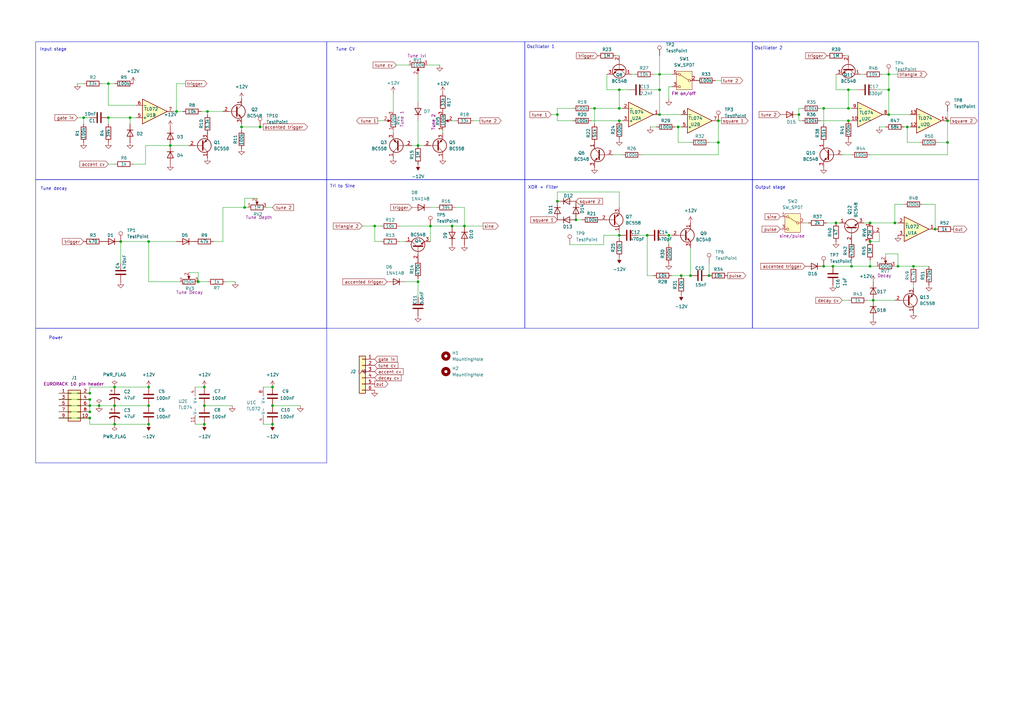
<source format=kicad_sch>
(kicad_sch (version 20250114) (generator "eeschema") (generator_version "9.0")
  (paper "A3")
  (rectangle (start 133.985 17.145) (end 215.265 73.66))
  (rectangle (start 14.605 17.145) (end 133.985 73.66))
  (rectangle (start 14.605 134.62) (end 133.985 189.865))
  (rectangle (start 133.985 73.66) (end 215.265 134.62))
  (rectangle (start 14.605 73.66) (end 133.985 134.62))
  (rectangle (start 308.61 73.66) (end 401.32 134.62))
  (rectangle (start 308.61 17.145) (end 401.32 73.66))
  (rectangle (start 215.265 73.66) (end 308.61 134.62))
  (rectangle (start 215.265 17.145) (end 308.61 73.66))
  (text "Oscillator 2" (at 315.214 19.812 0) (effects (font (size 1.27 1.27))))
  (text "XOR + Filter" (at 222.758 76.962 0) (effects (font (size 1.27 1.27))))
  (text "Oscillator 1" (at 221.742 19.304 0) (effects (font (size 1.27 1.27))))
  (text "Tune CV" (at 141.732 20.32 0) (effects (font (size 1.27 1.27))))
  (text "Output stage" (at 315.976 76.962 0) (effects (font (size 1.27 1.27))))
  (text "Tri to Sine " (at 140.97 76.454 0) (effects (font (size 1.27 1.27))))
  (text "Tune decay" (at 22.098 77.47 0) (effects (font (size 1.27 1.27))))
  (text "Power" (at 22.86 138.684 0) (effects (font (size 1.27 1.27))))
  (text "Input stage" (at 21.844 20.32 0) (effects (font (size 1.27 1.27))))
  (junction (at 356.87 109.22))
  (junction (at 36.83 161.29))
  (junction (at 36.83 168.91))
  (junction (at 46.99 173.99))
  (junction (at 106.68 52.07))
  (junction (at 60.96 99.06))
  (junction (at 270.51 30.48))
  (junction (at 294.64 58.42))
  (junction (at 49.53 99.06))
  (junction (at 341.63 109.22))
  (junction (at 374.65 109.22))
  (junction (at 278.13 52.07))
  (junction (at 60.96 158.75))
  (junction (at 270.51 46.99))
  (junction (at 81.28 115.57))
  (junction (at 342.9 91.44))
  (junction (at 36.83 163.83))
  (junction (at 372.11 52.07))
  (junction (at 349.25 109.22))
  (junction (at 36.83 171.45))
  (junction (at 185.42 92.71))
  (junction (at 44.45 34.29))
  (junction (at 337.82 44.45))
  (junction (at 337.82 109.22))
  (junction (at 72.39 45.72))
  (junction (at 60.96 173.99))
  (junction (at 254 36.83))
  (junction (at 228.6 46.99))
  (junction (at 100.33 85.09))
  (junction (at 69.85 59.69))
  (junction (at 60.96 166.37))
  (junction (at 243.84 44.45))
  (junction (at 270.51 36.83))
  (junction (at 356.87 91.44))
  (junction (at 34.29 48.26))
  (junction (at 171.45 115.57))
  (junction (at 294.64 49.53))
  (junction (at 254 49.53))
  (junction (at 46.99 158.75))
  (junction (at 364.49 46.99))
  (junction (at 40.64 166.37))
  (junction (at 153.67 92.71))
  (junction (at 236.22 90.17))
  (junction (at 283.21 113.03))
  (junction (at 228.6 82.55))
  (junction (at 171.45 59.69))
  (junction (at 347.98 36.83))
  (junction (at 111.76 173.99))
  (junction (at 364.49 36.83))
  (junction (at 46.99 166.37))
  (junction (at 83.82 158.75))
  (junction (at 265.43 96.52))
  (junction (at 176.53 92.71))
  (junction (at 254 96.52))
  (junction (at 347.98 44.45))
  (junction (at 364.49 30.48))
  (junction (at 383.54 93.98))
  (junction (at 327.66 46.99))
  (junction (at 388.62 58.42))
  (junction (at 190.5 92.71))
  (junction (at 83.82 166.37))
  (junction (at 254 44.45))
  (junction (at 274.32 96.52))
  (junction (at 36.83 166.37))
  (junction (at 279.4 113.03))
  (junction (at 358.14 123.19))
  (junction (at 99.06 52.07))
  (junction (at 53.34 48.26))
  (junction (at 368.3 109.22))
  (junction (at 83.82 173.99))
  (junction (at 85.09 45.72))
  (junction (at 111.76 158.75))
  (junction (at 111.76 166.37))
  (junction (at 388.62 49.53))
  (junction (at 290.83 113.03))
  (junction (at 356.87 99.06))
  (junction (at 44.45 48.26))
  (junction (at 347.98 49.53))
  (junction (at 367.03 91.44))
  (wire (pts (xy 368.3 104.14) (xy 368.3 109.22)))
  (wire (pts (xy 190.5 85.09) (xy 190.5 92.71)))
  (wire (pts (xy 153.67 92.71) (xy 156.21 92.71)))
  (wire (pts (xy 242.57 49.53) (xy 254 49.53)))
  (wire (pts (xy 363.22 105.41) (xy 363.22 104.14)))
  (wire (pts (xy 72.39 34.29) (xy 72.39 45.72)))
  (wire (pts (xy 372.11 58.42) (xy 372.11 52.07)))
  (wire (pts (xy 55.88 43.18) (xy 44.45 43.18)))
  (wire (pts (xy 388.62 63.5) (xy 388.62 58.42)))
  (wire (pts (xy 168.91 59.69) (xy 171.45 59.69)))
  (wire (pts (xy 345.44 123.19) (xy 347.98 123.19)))
  (wire (pts (xy 347.98 44.45) (xy 349.25 44.45)))
  (wire (pts (xy 162.56 26.67) (xy 167.64 26.67)))
  (wire (pts (xy 278.13 58.42) (xy 278.13 52.07)))
  (wire (pts (xy 275.59 96.52) (xy 274.32 96.52)))
  (wire (pts (xy 228.6 78.74) (xy 228.6 82.55)))
  (wire (pts (xy 105.41 81.28) (xy 100.33 81.28)))
  (wire (pts (xy 354.33 30.48) (xy 353.06 30.48)))
  (wire (pts (xy 368.3 109.22) (xy 367.03 109.22)))
  (wire (pts (xy 327.66 44.45) (xy 328.93 44.45)))
  (wire (pts (xy 257.81 36.83) (xy 254 36.83)))
  (wire (pts (xy 364.49 36.83) (xy 364.49 46.99)))
  (wire (pts (xy 36.83 163.83) (xy 36.83 166.37)))
  (wire (pts (xy 283.21 58.42) (xy 278.13 58.42)))
  (wire (pts (xy 364.49 30.48) (xy 364.49 36.83)))
  (wire (pts (xy 254 96.52) (xy 254 95.25)))
  (wire (pts (xy 374.65 109.22) (xy 381 109.22)))
  (wire (pts (xy 336.55 49.53) (xy 347.98 49.53)))
  (wire (pts (xy 34.29 50.8) (xy 34.29 48.26)))
  (wire (pts (xy 383.54 83.82) (xy 383.54 93.98)))
  (wire (pts (xy 270.51 30.48) (xy 275.59 30.48)))
  (wire (pts (xy 295.91 33.02) (xy 293.37 33.02)))
  (wire (pts (xy 330.2 91.44) (xy 331.47 91.44)))
  (wire (pts (xy 148.59 92.71) (xy 153.67 92.71)))
  (wire (pts (xy 99.06 50.8) (xy 99.06 52.07)))
  (wire (pts (xy 279.4 46.99) (xy 270.51 46.99)))
  (wire (pts (xy 171.45 115.57) (xy 171.45 121.92)))
  (wire (pts (xy 243.84 44.45) (xy 254 44.45)))
  (wire (pts (xy 81.28 111.76) (xy 81.28 115.57)))
  (wire (pts (xy 384.81 58.42) (xy 388.62 58.42)))
  (wire (pts (xy 262.89 63.5) (xy 294.64 63.5)))
  (wire (pts (xy 336.55 44.45) (xy 337.82 44.45)))
  (wire (pts (xy 80.01 158.75) (xy 83.82 158.75)))
  (wire (pts (xy 46.99 166.37) (xy 60.96 166.37)))
  (wire (pts (xy 359.41 36.83) (xy 364.49 36.83)))
  (wire (pts (xy 41.91 34.29) (xy 44.45 34.29)))
  (wire (pts (xy 46.99 173.99) (xy 36.83 173.99)))
  (wire (pts (xy 176.53 92.71) (xy 185.42 92.71)))
  (wire (pts (xy 337.82 44.45) (xy 347.98 44.45)))
  (wire (pts (xy 85.09 45.72) (xy 85.09 46.99)))
  (wire (pts (xy 69.85 59.69) (xy 77.47 59.69)))
  (wire (pts (xy 378.46 83.82) (xy 383.54 83.82)))
  (wire (pts (xy 44.45 48.26) (xy 53.34 48.26)))
  (wire (pts (xy 349.25 109.22) (xy 349.25 106.68)))
  (wire (pts (xy 24.13 166.37) (xy 36.83 166.37)))
  (wire (pts (xy 355.6 123.19) (xy 358.14 123.19)))
  (wire (pts (xy 46.99 173.99) (xy 60.96 173.99)))
  (wire (pts (xy 342.9 91.44) (xy 339.09 91.44)))
  (wire (pts (xy 171.45 114.3) (xy 171.45 115.57)))
  (wire (pts (xy 190.5 92.71) (xy 198.12 92.71)))
  (wire (pts (xy 351.79 36.83) (xy 347.98 36.83)))
  (wire (pts (xy 44.45 48.26) (xy 44.45 50.8)))
  (wire (pts (xy 176.53 92.71) (xy 176.53 99.06)))
  (wire (pts (xy 254 78.74) (xy 228.6 78.74)))
  (wire (pts (xy 233.68 100.33) (xy 247.65 100.33)))
  (wire (pts (xy 46.99 158.75) (xy 60.96 158.75)))
  (wire (pts (xy 341.63 109.22) (xy 349.25 109.22)))
  (wire (pts (xy 60.96 115.57) (xy 73.66 115.57)))
  (wire (pts (xy 248.92 36.83) (xy 254 36.83)))
  (wire (pts (xy 186.69 85.09) (xy 190.5 85.09)))
  (wire (pts (xy 290.83 107.95) (xy 290.83 113.03)))
  (wire (pts (xy 166.37 115.57) (xy 171.45 115.57)))
  (wire (pts (xy 247.65 100.33) (xy 247.65 96.52)))
  (wire (pts (xy 24.13 168.91) (xy 36.83 168.91)))
  (wire (pts (xy 364.49 30.48) (xy 368.3 30.48)))
  (wire (pts (xy 356.87 109.22) (xy 359.41 109.22)))
  (wire (pts (xy 360.68 52.07) (xy 363.22 52.07)))
  (wire (pts (xy 254 97.79) (xy 254 96.52)))
  (wire (pts (xy 265.43 36.83) (xy 270.51 36.83)))
  (wire (pts (xy 59.69 67.31) (xy 59.69 59.69)))
  (wire (pts (xy 181.61 53.34) (xy 181.61 54.61)))
  (wire (pts (xy 361.95 30.48) (xy 364.49 30.48)))
  (wire (pts (xy 49.53 107.95) (xy 49.53 99.06)))
  (wire (pts (xy 36.83 173.99) (xy 36.83 171.45)))
  (wire (pts (xy 171.45 59.69) (xy 173.99 59.69)))
  (wire (pts (xy 196.85 49.53) (xy 194.31 49.53)))
  (wire (pts (xy 185.42 92.71) (xy 190.5 92.71)))
  (wire (pts (xy 24.13 171.45) (xy 36.83 171.45)))
  (wire (pts (xy 171.45 49.53) (xy 171.45 59.69)))
  (wire (pts (xy 270.51 30.48) (xy 270.51 36.83)))
  (wire (pts (xy 294.64 63.5) (xy 294.64 58.42)))
  (wire (pts (xy 276.86 52.07) (xy 278.13 52.07)))
  (wire (pts (xy 36.83 166.37) (xy 36.83 168.91)))
  (wire (pts (xy 109.22 85.09) (xy 111.76 85.09)))
  (wire (pts (xy 24.13 163.83) (xy 36.83 163.83)))
  (wire (pts (xy 100.33 81.28) (xy 100.33 85.09)))
  (wire (pts (xy 274.32 100.33) (xy 274.32 96.52)))
  (wire (pts (xy 54.61 67.31) (xy 59.69 67.31)))
  (wire (pts (xy 328.93 49.53) (xy 327.66 49.53)))
  (wire (pts (xy 356.87 109.22) (xy 356.87 106.68)))
  (wire (pts (xy 176.53 85.09) (xy 179.07 85.09)))
  (wire (pts (xy 254 44.45) (xy 255.27 44.45)))
  (wire (pts (xy 266.7 52.07) (xy 269.24 52.07)))
  (wire (pts (xy 53.34 48.26) (xy 55.88 48.26)))
  (wire (pts (xy 226.06 46.99) (xy 228.6 46.99)))
  (wire (pts (xy 166.37 99.06) (xy 163.83 99.06)))
  (wire (pts (xy 36.83 158.75) (xy 36.83 161.29)))
  (wire (pts (xy 46.99 158.75) (xy 36.83 158.75)))
  (wire (pts (xy 275.59 113.03) (xy 279.4 113.03)))
  (wire (pts (xy 106.68 52.07) (xy 107.95 52.07)))
  (wire (pts (xy 76.2 34.29) (xy 72.39 34.29)))
  (wire (pts (xy 34.29 48.26) (xy 31.75 48.26)))
  (wire (pts (xy 372.11 52.07) (xy 373.38 52.07)))
  (wire (pts (xy 270.51 22.86) (xy 270.51 30.48)))
  (wire (pts (xy 360.68 99.06) (xy 356.87 99.06)))
  (wire (pts (xy 46.99 67.31) (xy 44.45 67.31)))
  (wire (pts (xy 31.75 34.29) (xy 34.29 34.29)))
  (wire (pts (xy 255.27 63.5) (xy 251.46 63.5)))
  (wire (pts (xy 156.21 99.06) (xy 153.67 99.06)))
  (wire (pts (xy 368.3 109.22) (xy 374.65 109.22)))
  (wire (pts (xy 290.83 58.42) (xy 294.64 58.42)))
  (wire (pts (xy 354.33 91.44) (xy 356.87 91.44)))
  (wire (pts (xy 163.83 92.71) (xy 176.53 92.71)))
  (wire (pts (xy 342.9 91.44) (xy 344.17 91.44)))
  (wire (pts (xy 342.9 36.83) (xy 347.98 36.83)))
  (wire (pts (xy 283.21 101.6) (xy 283.21 113.03)))
  (wire (pts (xy 161.29 53.34) (xy 161.29 54.61)))
  (wire (pts (xy 388.62 49.53) (xy 389.89 49.53)))
  (wire (pts (xy 267.97 30.48) (xy 270.51 30.48)))
  (wire (pts (xy 248.92 30.48) (xy 248.92 36.83)))
  (wire (pts (xy 107.95 158.75) (xy 111.76 158.75)))
  (wire (pts (xy 91.44 99.06) (xy 87.63 99.06)))
  (wire (pts (xy 370.84 52.07) (xy 372.11 52.07)))
  (wire (pts (xy 72.39 99.06) (xy 60.96 99.06)))
  (wire (pts (xy 358.14 123.19) (xy 367.03 123.19)))
  (wire (pts (xy 327.66 46.99) (xy 327.66 44.45)))
  (wire (pts (xy 44.45 34.29) (xy 46.99 34.29)))
  (wire (pts (xy 254 36.83) (xy 254 44.45)))
  (wire (pts (xy 91.44 85.09) (xy 91.44 99.06)))
  (wire (pts (xy 36.83 48.26) (xy 34.29 48.26)))
  (wire (pts (xy 171.45 30.48) (xy 171.45 41.91)))
  (wire (pts (xy 261.62 96.52) (xy 265.43 96.52)))
  (wire (pts (xy 278.13 52.07) (xy 279.4 52.07)))
  (wire (pts (xy 279.4 113.03) (xy 283.21 113.03)))
  (wire (pts (xy 60.96 99.06) (xy 49.53 99.06)))
  (wire (pts (xy 236.22 90.17) (xy 238.76 90.17)))
  (wire (pts (xy 337.82 44.45) (xy 337.82 50.8)))
  (wire (pts (xy 356.87 63.5) (xy 388.62 63.5)))
  (wire (pts (xy 36.83 166.37) (xy 40.64 166.37)))
  (wire (pts (xy 59.69 59.69) (xy 69.85 59.69)))
  (wire (pts (xy 101.6 85.09) (xy 100.33 85.09)))
  (wire (pts (xy 274.32 35.56) (xy 275.59 35.56)))
  (wire (pts (xy 270.51 36.83) (xy 270.51 46.99)))
  (wire (pts (xy 180.34 26.67) (xy 175.26 26.67)))
  (wire (pts (xy 96.52 115.57) (xy 92.71 115.57)))
  (wire (pts (xy 388.62 58.42) (xy 388.62 49.53)))
  (wire (pts (xy 349.25 109.22) (xy 356.87 109.22)))
  (wire (pts (xy 356.87 91.44) (xy 367.03 91.44)))
  (wire (pts (xy 267.97 113.03) (xy 265.43 113.03)))
  (wire (pts (xy 260.35 30.48) (xy 259.08 30.48)))
  (wire (pts (xy 91.44 85.09) (xy 100.33 85.09)))
  (wire (pts (xy 294.64 58.42) (xy 294.64 49.53)))
  (wire (pts (xy 83.82 166.37) (xy 95.25 166.37)))
  (wire (pts (xy 99.06 52.07) (xy 106.68 52.07)))
  (wire (pts (xy 111.76 166.37) (xy 123.19 166.37)))
  (wire (pts (xy 368.3 104.14) (xy 363.22 104.14)))
  (wire (pts (xy 153.67 92.71) (xy 153.67 99.06)))
  (wire (pts (xy 161.29 38.1) (xy 161.29 45.72)))
  (wire (pts (xy 367.03 91.44) (xy 368.3 91.44)))
  (wire (pts (xy 74.93 45.72) (xy 72.39 45.72)))
  (wire (pts (xy 81.28 115.57) (xy 85.09 115.57)))
  (wire (pts (xy 347.98 49.53) (xy 349.25 49.53)))
  (wire (pts (xy 370.84 83.82) (xy 367.03 83.82)))
  (wire (pts (xy 274.32 96.52) (xy 273.05 96.52)))
  (wire (pts (xy 247.65 96.52) (xy 254 96.52)))
  (wire (pts (xy 234.95 49.53) (xy 228.6 49.53)))
  (wire (pts (xy 388.62 45.72) (xy 388.62 49.53)))
  (wire (pts (xy 72.39 45.72) (xy 71.12 45.72)))
  (wire (pts (xy 99.06 52.07) (xy 99.06 53.34)))
  (wire (pts (xy 274.32 40.64) (xy 274.32 35.56)))
  (wire (pts (xy 349.25 63.5) (xy 345.44 63.5)))
  (wire (pts (xy 228.6 44.45) (xy 234.95 44.45)))
  (wire (pts (xy 377.19 58.42) (xy 372.11 58.42)))
  (wire (pts (xy 85.09 45.72) (xy 82.55 45.72)))
  (wire (pts (xy 347.98 36.83) (xy 347.98 44.45)))
  (wire (pts (xy 53.34 50.8) (xy 53.34 48.26)))
  (wire (pts (xy 154.94 49.53) (xy 157.48 49.53)))
  (wire (pts (xy 185.42 49.53) (xy 186.69 49.53)))
  (wire (pts (xy 80.01 173.99) (xy 83.82 173.99)))
  (wire (pts (xy 346.71 22.86) (xy 347.98 22.86)))
  (wire (pts (xy 228.6 46.99) (xy 228.6 44.45)))
  (wire (pts (xy 337.82 109.22) (xy 341.63 109.22)))
  (wire (pts (xy 373.38 46.99) (xy 364.49 46.99)))
  (wire (pts (xy 40.64 166.37) (xy 46.99 166.37)))
  (wire (pts (xy 374.65 116.84) (xy 374.65 118.11)))
  (wire (pts (xy 254 49.53) (xy 255.27 49.53)))
  (wire (pts (xy 342.9 30.48) (xy 342.9 36.83)))
  (wire (pts (xy 327.66 49.53) (xy 327.66 46.99)))
  (wire (pts (xy 367.03 83.82) (xy 367.03 91.44)))
  (wire (pts (xy 254 85.09) (xy 254 78.74)))
  (wire (pts (xy 60.96 99.06) (xy 60.96 115.57)))
  (wire (pts (xy 24.13 161.29) (xy 36.83 161.29)))
  (wire (pts (xy 107.95 173.99) (xy 111.76 173.99)))
  (wire (pts (xy 44.45 34.29) (xy 44.45 43.18)))
  (wire (pts (xy 242.57 44.45) (xy 243.84 44.45)))
  (wire (pts (xy 77.47 111.76) (xy 81.28 111.76)))
  (wire (pts (xy 265.43 113.03) (xy 265.43 96.52)))
  (wire (pts (xy 91.44 45.72) (xy 85.09 45.72)))
  (wire (pts (xy 360.68 95.25) (xy 360.68 99.06)))
  (wire (pts (xy 294.64 49.53) (xy 295.91 49.53)))
  (wire (pts (xy 252.73 22.86) (xy 254 22.86)))
  (wire (pts (xy 228.6 49.53) (xy 228.6 46.99)))
  (wire (pts (xy 243.84 44.45) (xy 243.84 50.8)))
  (global_label "tune 1" (shape input) (at 226.06 46.99 180) (property "Intersheetrefs" "${INTERSHEET_REFS}" (effects (hide yes))))
  (global_label "triangle 2" (shape output) (at 368.3 30.48 0) (property "Intersheetrefs" "${INTERSHEET_REFS}" (effects (hide yes))))
  (global_label "sine" (shape input) (at 320.04 88.9 180) (property "Intersheetrefs" "${INTERSHEET_REFS}" (effects (hide yes))))
  (global_label "square 1" (shape input) (at 228.6 90.17 180) (property "Intersheetrefs" "${INTERSHEET_REFS}" (effects (hide yes))))
  (global_label "tune 2" (shape input) (at 320.04 46.99 180) (property "Intersheetrefs" "${INTERSHEET_REFS}" (effects (hide yes))))
  (global_label "tune 2" (shape input) (at 111.76 85.09 0) (property "Intersheetrefs" "${INTERSHEET_REFS}" (effects (hide yes))))
  (global_label "accented trigger" (shape input) (at 158.75 115.57 180) (property "Intersheetrefs" "${INTERSHEET_REFS}" (effects (hide yes))))
  (global_label "trigger" (shape input) (at 339.09 22.86 180) (property "Intersheetrefs" "${INTERSHEET_REFS}" (effects (hide yes))))
  (global_label "tune cv" (shape input) (at 162.56 26.67 180) (property "Intersheetrefs" "${INTERSHEET_REFS}" (effects (hide yes))))
  (global_label "square 2" (shape input) (at 236.22 82.55 0) (property "Intersheetrefs" "${INTERSHEET_REFS}" (effects (hide yes))))
  (global_label "pulse" (shape input) (at 320.04 93.98 180) (property "Intersheetrefs" "${INTERSHEET_REFS}" (effects (hide yes))))
  (global_label "trigger" (shape output) (at 76.2 34.29 0) (property "Intersheetrefs" "${INTERSHEET_REFS}" (effects (hide yes))))
  (global_label "gate in" (shape input) (at 31.75 48.26 180) (property "Intersheetrefs" "${INTERSHEET_REFS}" (effects (hide yes))))
  (global_label "square 2" (shape output) (at 389.89 49.53 0) (property "Intersheetrefs" "${INTERSHEET_REFS}" (effects (hide yes))))
  (global_label "gate in" (shape input) (at 153.67 147.32 0) (property "Intersheetrefs" "${INTERSHEET_REFS}" (effects (hide yes))))
  (global_label "trigger" (shape input) (at 245.11 22.86 180) (property "Intersheetrefs" "${INTERSHEET_REFS}" (effects (hide yes))))
  (global_label "out" (shape output) (at 153.67 157.48 0) (property "Intersheetrefs" "${INTERSHEET_REFS}" (effects (hide yes))))
  (global_label "sine" (shape output) (at 198.12 92.71 0) (property "Intersheetrefs" "${INTERSHEET_REFS}" (effects (hide yes))))
  (global_label "out" (shape output) (at 391.16 93.98 0) (property "Intersheetrefs" "${INTERSHEET_REFS}" (effects (hide yes))))
  (global_label "decay cv" (shape input) (at 153.67 154.94 0) (property "Intersheetrefs" "${INTERSHEET_REFS}" (effects (hide yes))))
  (global_label "decay cv" (shape input) (at 345.44 123.19 180) (property "Intersheetrefs" "${INTERSHEET_REFS}" (effects (hide yes))))
  (global_label "trigger" (shape input) (at 34.29 99.06 180) (property "Intersheetrefs" "${INTERSHEET_REFS}" (effects (hide yes))))
  (global_label "trigger" (shape input) (at 168.91 85.09 180) (property "Intersheetrefs" "${INTERSHEET_REFS}" (effects (hide yes))))
  (global_label "pulse" (shape output) (at 298.45 113.03 0) (property "Intersheetrefs" "${INTERSHEET_REFS}" (effects (hide yes))))
  (global_label "tune 1" (shape output) (at 154.94 49.53 180) (property "Intersheetrefs" "${INTERSHEET_REFS}" (effects (hide yes))))
  (global_label "tune cv" (shape input) (at 153.67 149.86 0) (property "Intersheetrefs" "${INTERSHEET_REFS}" (effects (hide yes))))
  (global_label "accented trigger" (shape input) (at 330.2 109.22 180) (property "Intersheetrefs" "${INTERSHEET_REFS}" (effects (hide yes))))
  (global_label "tune 2" (shape output) (at 295.91 33.02 0) (property "Intersheetrefs" "${INTERSHEET_REFS}" (effects (hide yes))))
  (global_label "accent cv" (shape input) (at 153.67 152.4 0) (property "Intersheetrefs" "${INTERSHEET_REFS}" (effects (hide yes))))
  (global_label "accented trigger" (shape output) (at 107.95 52.07 0) (property "Intersheetrefs" "${INTERSHEET_REFS}" (effects (hide yes))))
  (global_label "accent cv" (shape input) (at 44.45 67.31 180) (property "Intersheetrefs" "${INTERSHEET_REFS}" (effects (hide yes))))
  (global_label "triangle 2" (shape input) (at 148.59 92.71 180) (property "Intersheetrefs" "${INTERSHEET_REFS}" (effects (hide yes))))
  (global_label "tune 2" (shape output) (at 196.85 49.53 0) (property "Intersheetrefs" "${INTERSHEET_REFS}" (effects (hide yes))))
  (global_label "square 1" (shape output) (at 295.91 49.53 0) (property "Intersheetrefs" "${INTERSHEET_REFS}" (effects (hide yes))))
  (symbol (lib_id "power:GND") (at 181.61 64.77 0) (unit 1)
    (property "Reference" "#PWR029" (effects (hide yes)))
    (property "Value" "GND" (effects (hide yes)))
    (property "Description" "Power symbol creates a global label with name \"GND\" , ground" (effects (hide yes)))
  )
  (symbol (lib_id "Device:R") (at 264.16 30.48 90) (unit 1)
    (property "Reference" "R27" (at 264.16 27.94 90))
    (property "Value" "10k" (at 264.16 30.48 90))
    (property "Footprint" "cynthia:R_Axial_DIN0207_L6.3mm_D2.5mm_P10.16mm_Horizontal" (effects (hide yes)))
    (property "Description" "Resistor" (effects (hide yes)))
  )
  (symbol (lib_id "Connector_Generic:Conn_01x06") (at 148.59 152.4 0) (mirror y) (unit 1)
    (property "Reference" "J2" (at 146.05 152.3999 0) (effects (justify left)))
    (property "Value" "Conn_01x06" (effects (hide yes)))
    (property "Footprint" "Connector_PinHeader_2.54mm:PinHeader_1x06_P2.54mm_Vertical" (effects (hide yes)))
    (property "Description" "I/O" (at 148.59 152.4 0))
  )
  (symbol (lib_id "Device:R") (at 294.64 113.03 90) (unit 1)
    (property "Reference" "R34" (at 294.64 110.49 90))
    (property "Value" "18k" (at 294.64 113.03 90))
    (property "Footprint" "cynthia:R_Axial_DIN0207_L6.3mm_D2.5mm_P10.16mm_Horizontal" (effects (hide yes)))
    (property "Description" "Resistor" (effects (hide yes)))
  )
  (symbol (lib_id "Diode:1N4148") (at 162.56 115.57 180) (unit 1)
    (property "Reference" "D6" (at 158.242 109.474 0) (effects (justify right)))
    (property "Value" "1N4148" (at 158.242 112.014 0) (effects (justify right)))
    (property "Footprint" "Diode_THT:D_DO-35_SOD27_P7.62mm_Horizontal" (effects (hide yes)))
    (property "Datasheet" "https://assets.nexperia.com/documents/data-sheet/1N4148_1N4448.pdf" (effects (hide yes)))
    (property "Description" "100V 0.15A standard switching diode, DO-35" (effects (hide yes)))
    (property "Sim.Device" "D" (effects (hide yes)))
    (property "Sim.Pins" "1=K 2=A" (effects (hide yes)))
  )
  (symbol (lib_id "power:GND") (at 342.9 99.06 0) (unit 1)
    (property "Reference" "#PWR041" (effects (hide yes)))
    (property "Value" "GND" (effects (hide yes)))
    (property "Description" "Power symbol creates a global label with name \"GND\" , ground" (effects (hide yes)))
  )
  (symbol (lib_id "Connector:TestPoint") (at 337.82 109.22 0) (unit 1)
    (property "Reference" "TP7" (at 340.36 104.6479 0) (effects (justify left)))
    (property "Value" "TestPoint" (at 340.36 107.1879 0) (effects (justify left)))
    (property "Footprint" "TestPoint:TestPoint_Pad_1.0x1.0mm" (effects (hide yes)))
    (property "Description" "test point" (effects (hide yes)))
  )
  (symbol (lib_id "Amplifier_Operational:TL072") (at 375.92 93.98 0) (mirror x) (unit 1)
    (property "Reference" "U1" (at 374.142 95.504 0))
    (property "Value" "TL072" (at 374.142 92.964 0))
    (property "Footprint" "Package_DIP:DIP-8_W7.62mm_Socket" (effects (hide yes)))
    (property "Datasheet" "http://www.ti.com/lit/ds/symlink/tl071.pdf" (effects (hide yes)))
    (property "Description" "Dual Low-Noise JFET-Input Operational Amplifiers, DIP-8/SOIC-8" (effects (hide yes)))
  )
  (symbol (lib_id "Device:R") (at 238.76 44.45 90) (unit 1)
    (property "Reference" "R19" (at 238.76 41.91 90))
    (property "Value" "100k" (at 238.76 44.45 90))
    (property "Footprint" "cynthia:R_Axial_DIN0207_L6.3mm_D2.5mm_P10.16mm_Horizontal" (effects (hide yes)))
    (property "Description" "Resistor" (effects (hide yes)))
  )
  (symbol (lib_id "Device:R") (at 243.84 54.61 180) (unit 1)
    (property "Reference" "R22" (at 241.3 54.61 90))
    (property "Value" "51k" (at 243.84 54.61 90))
    (property "Footprint" "cynthia:R_Axial_DIN0207_L6.3mm_D2.5mm_P10.16mm_Horizontal" (effects (hide yes)))
    (property "Description" "Resistor" (effects (hide yes)))
  )
  (symbol (lib_id "Amplifier_Operational:TL072") (at 63.5 45.72 0) (mirror x) (unit 2)
    (property "Reference" "U1" (at 61.976 47.244 0))
    (property "Value" "TL072" (at 61.976 44.704 0))
    (property "Footprint" "Package_DIP:DIP-8_W7.62mm_Socket" (effects (hide yes)))
    (property "Datasheet" "http://www.ti.com/lit/ds/symlink/tl071.pdf" (effects (hide yes)))
    (property "Description" "Dual Low-Noise JFET-Input Operational Amplifiers, DIP-8/SOIC-8" (effects (hide yes)))
  )
  (symbol (lib_id "power:-12V") (at 83.82 173.99 180) (unit 1)
    (property "Reference" "#PWR014" (effects (hide yes)))
    (property "Value" "-12V" (at 83.82 179.07 0))
    (property "Description" "Power symbol creates a global label with name \"-12V\"" (effects (hide yes)))
  )
  (symbol (lib_id "Diode:1N4148") (at 232.41 90.17 0) (unit 1)
    (property "Reference" "D13" (at 230.886 92.964 0) (effects (justify left)))
    (property "Value" "1N4148" (effects (hide yes)))
    (property "Footprint" "Diode_THT:D_DO-35_SOD27_P7.62mm_Horizontal" (effects (hide yes)))
    (property "Datasheet" "https://assets.nexperia.com/documents/data-sheet/1N4148_1N4448.pdf" (effects (hide yes)))
    (property "Description" "100V 0.15A standard switching diode, DO-35" (effects (hide yes)))
    (property "Sim.Device" "D" (effects (hide yes)))
    (property "Sim.Pins" "1=K 2=A" (effects (hide yes)))
  )
  (symbol (lib_id "power:GND") (at 368.3 96.52 0) (unit 1)
    (property "Reference" "#PWR046" (effects (hide yes)))
    (property "Value" "GND" (effects (hide yes)))
    (property "Description" "Power symbol creates a global label with name \"GND\" , ground" (effects (hide yes)))
  )
  (symbol (lib_id "Diode:1N4148") (at 236.22 86.36 270) (unit 1)
    (property "Reference" "D14" (at 238.76 87.63 0) (effects (justify right)))
    (property "Value" "1N4148" (effects (hide yes)))
    (property "Footprint" "Diode_THT:D_DO-35_SOD27_P7.62mm_Horizontal" (effects (hide yes)))
    (property "Datasheet" "https://assets.nexperia.com/documents/data-sheet/1N4148_1N4448.pdf" (effects (hide yes)))
    (property "Description" "100V 0.15A standard switching diode, DO-35" (effects (hide yes)))
    (property "Sim.Device" "D" (effects (hide yes)))
    (property "Sim.Pins" "1=K 2=A" (effects (hide yes)))
  )
  (symbol (lib_id "Device:R") (at 353.06 63.5 90) (unit 1)
    (property "Reference" "R44" (at 353.06 60.96 90))
    (property "Value" "100k" (at 353.06 63.5 90))
    (property "Footprint" "cynthia:R_Axial_DIN0207_L6.3mm_D2.5mm_P10.16mm_Horizontal" (effects (hide yes)))
    (property "Description" "Resistor" (effects (hide yes)))
  )
  (symbol (lib_id "Device:R") (at 44.45 54.61 180) (unit 1)
    (property "Reference" "R4" (at 41.91 54.61 90))
    (property "Value" "39k" (at 44.45 54.61 90))
    (property "Footprint" "cynthia:R_Axial_DIN0207_L6.3mm_D2.5mm_P10.16mm_Horizontal" (effects (hide yes)))
    (property "Description" "Resistor" (effects (hide yes)))
  )
  (symbol (lib_id "power:+12V") (at 111.76 158.75 0) (unit 1)
    (property "Reference" "#PWR019" (effects (hide yes)))
    (property "Value" "+12V" (at 111.76 153.67 0))
    (property "Description" "Power symbol creates a global label with name \"+12V\"" (effects (hide yes)))
  )
  (symbol (lib_id "Connector:TestPoint") (at 106.68 52.07 0) (unit 1)
    (property "Reference" "TP10" (at 109.22 47.4979 0) (effects (justify left)))
    (property "Value" "TestPoint" (at 109.22 50.0379 0) (effects (justify left)))
    (property "Footprint" "TestPoint:TestPoint_Pad_1.0x1.0mm" (effects (hide yes)))
    (property "Description" "test point" (effects (hide yes)))
  )
  (symbol (lib_id "Device:R") (at 88.9 115.57 270) (unit 1)
    (property "Reference" "R7" (at 88.9 118.11 90))
    (property "Value" "1k" (at 88.9 115.57 90))
    (property "Footprint" "cynthia:R_Axial_DIN0207_L6.3mm_D2.5mm_P10.16mm_Horizontal" (effects (hide yes)))
    (property "Description" "Resistor" (effects (hide yes)))
  )
  (symbol (lib_id "power:+12V") (at 283.21 91.44 0) (unit 1)
    (property "Reference" "#PWR038" (effects (hide yes)))
    (property "Value" "+12V" (at 283.21 86.36 0))
    (property "Description" "Power symbol creates a global label with name \"+12V\"" (effects (hide yes)))
  )
  (symbol (lib_id "Device:C") (at 60.96 162.56 0) (mirror y) (unit 1)
    (property "Reference" "C5" (at 66.294 160.528 0))
    (property "Value" "100nF" (at 67.056 163.322 0))
    (property "Footprint" "Capacitor_THT:C_Disc_D7.5mm_W2.5mm_P5.00mm" (effects (hide yes)))
    (property "Description" "Unpolarized capacitor" (effects (hide yes)))
  )
  (symbol (lib_id "Device:R") (at 367.03 52.07 90) (unit 1)
    (property "Reference" "R47" (at 367.03 49.53 90))
    (property "Value" "68k" (at 367.03 52.07 90))
    (property "Footprint" "cynthia:R_Axial_DIN0207_L6.3mm_D2.5mm_P10.16mm_Horizontal" (effects (hide yes)))
    (property "Description" "Resistor" (effects (hide yes)))
  )
  (symbol (lib_id "Device:R") (at 381 113.03 180) (unit 1)
    (property "Reference" "R51" (at 378.46 113.03 90))
    (property "Value" "470k" (at 381 113.03 90))
    (property "Footprint" "cynthia:R_Axial_DIN0207_L6.3mm_D2.5mm_P10.16mm_Horizontal" (effects (hide yes)))
    (property "Description" "Resistor" (effects (hide yes)))
  )
  (symbol (lib_id "Connector:TestPoint") (at 294.64 49.53 0) (unit 1)
    (property "Reference" "TP3" (at 297.18 44.9579 0) (effects (justify left)))
    (property "Value" "TestPoint" (at 297.18 47.4979 0) (effects (justify left)))
    (property "Footprint" "TestPoint:TestPoint_Pad_1.0x1.0mm" (effects (hide yes)))
    (property "Description" "test point" (effects (hide yes)))
  )
  (symbol (lib_id "Diode:1N4148") (at 76.2 99.06 180) (unit 1)
    (property "Reference" "D5" (at 74.422 96.52 0) (effects (justify right)))
    (property "Value" "1N4148" (effects (hide yes)))
    (property "Footprint" "Diode_THT:D_DO-35_SOD27_P7.62mm_Horizontal" (effects (hide yes)))
    (property "Datasheet" "https://assets.nexperia.com/documents/data-sheet/1N4148_1N4448.pdf" (effects (hide yes)))
    (property "Description" "100V 0.15A standard switching diode, DO-35" (effects (hide yes)))
    (property "Sim.Device" "D" (effects (hide yes)))
    (property "Sim.Pins" "1=K 2=A" (effects (hide yes)))
  )
  (symbol (lib_id "power:+12V") (at 83.82 158.75 0) (unit 1)
    (property "Reference" "#PWR013" (effects (hide yes)))
    (property "Value" "+12V" (at 83.82 153.67 0))
    (property "Description" "Power symbol creates a global label with name \"+12V\"" (effects (hide yes)))
  )
  (symbol (lib_id "Diode:1N4148") (at 45.72 99.06 180) (unit 1)
    (property "Reference" "D1" (at 43.942 96.52 0) (effects (justify right)))
    (property "Value" "1N4148" (effects (hide yes)))
    (property "Footprint" "Diode_THT:D_DO-35_SOD27_P7.62mm_Horizontal" (effects (hide yes)))
    (property "Datasheet" "https://assets.nexperia.com/documents/data-sheet/1N4148_1N4448.pdf" (effects (hide yes)))
    (property "Description" "100V 0.15A standard switching diode, DO-35" (effects (hide yes)))
    (property "Sim.Device" "D" (effects (hide yes)))
    (property "Sim.Pins" "1=K 2=A" (effects (hide yes)))
  )
  (symbol (lib_id "Device:R") (at 332.74 49.53 90) (unit 1)
    (property "Reference" "R36" (at 332.74 46.99 90))
    (property "Value" "100k" (at 332.74 49.53 90))
    (property "Footprint" "cynthia:R_Axial_DIN0207_L6.3mm_D2.5mm_P10.16mm_Horizontal" (effects (hide yes)))
    (property "Description" "Resistor" (effects (hide yes)))
  )
  (symbol (lib_id "Transistor_BJT:BC548") (at 96.52 45.72 0) (unit 1)
    (property "Reference" "Q2" (at 104.394 44.958 0))
    (property "Value" "BC548" (at 104.394 47.498 0))
    (property "Footprint" "Package_TO_SOT_THT:TO-92_Inline" (effects (hide yes)))
    (property "Datasheet" "https://www.onsemi.com/pub/Collateral/BC550-D.pdf" (effects (hide yes)))
    (property "Description" "0.1A Ic, 30V Vce, Small Signal NPN Transistor, TO-92" (effects (hide yes)))
  )
  (symbol (lib_id "Device:R") (at 238.76 49.53 90) (unit 1)
    (property "Reference" "R20" (at 238.76 46.99 90))
    (property "Value" "100k" (at 238.76 49.53 90))
    (property "Footprint" "cynthia:R_Axial_DIN0207_L6.3mm_D2.5mm_P10.16mm_Horizontal" (effects (hide yes)))
    (property "Description" "Resistor" (effects (hide yes)))
  )
  (symbol (lib_id "power:GND") (at 96.52 115.57 0) (unit 1)
    (property "Reference" "#PWR08" (effects (hide yes)))
    (property "Value" "GND" (effects (hide yes)))
    (property "Description" "Power symbol creates a global label with name \"GND\" , ground" (effects (hide yes)))
  )
  (symbol (lib_id "Transistor_BJT:BC548") (at 254 27.94 270) (unit 1)
    (property "Reference" "Q8" (at 254 30.734 90))
    (property "Value" "BC548" (at 254 33.274 90))
    (property "Footprint" "Package_TO_SOT_THT:TO-92_Inline" (effects (hide yes)))
    (property "Datasheet" "https://www.onsemi.com/pub/Collateral/BC550-D.pdf" (effects (hide yes)))
    (property "Description" "0.1A Ic, 30V Vce, Small Signal NPN Transistor, TO-92" (effects (hide yes)))
  )
  (symbol (lib_id "power:-12V") (at 60.96 173.99 180) (unit 1)
    (property "Reference" "#PWR010" (effects (hide yes)))
    (property "Value" "-12V" (at 60.96 179.07 0))
    (property "Description" "Power symbol creates a global label with name \"-12V\"" (effects (hide yes)))
  )
  (symbol (lib_id "Transistor_BJT:BC548") (at 246.38 63.5 0) (mirror y) (unit 1)
    (property "Reference" "Q6" (at 238.506 62.738 0))
    (property "Value" "BC548" (at 238.506 65.278 0))
    (property "Footprint" "Package_TO_SOT_THT:TO-92_Inline" (effects (hide yes)))
    (property "Datasheet" "https://www.onsemi.com/pub/Collateral/BC550-D.pdf" (effects (hide yes)))
    (property "Description" "0.1A Ic, 30V Vce, Small Signal NPN Transistor, TO-92" (effects (hide yes)))
  )
  (symbol (lib_id "Device:C_Polarized_US") (at 46.99 162.56 0) (unit 1)
    (property "Reference" "C2" (at 50.8 160.6549 0) (effects (justify left)))
    (property "Value" "47uF" (at 50.8 163.1949 0) (effects (justify left)))
    (property "Footprint" "Capacitor_THT:CP_Radial_D7.5mm_P2.50mm" (effects (hide yes)))
    (property "Description" "Polarized capacitor, US symbol" (effects (hide yes)))
  )
  (symbol (lib_id "Device:R") (at 171.45 110.49 180) (unit 1)
    (property "Reference" "R14" (at 168.91 110.49 90))
    (property "Value" "470k" (at 171.45 110.49 90))
    (property "Footprint" "cynthia:R_Axial_DIN0207_L6.3mm_D2.5mm_P10.16mm_Horizontal" (effects (hide yes)))
    (property "Description" "Resistor" (effects (hide yes)))
  )
  (symbol (lib_id "Device:C") (at 60.96 170.18 0) (mirror y) (unit 1)
    (property "Reference" "C6" (at 66.294 168.148 0))
    (property "Value" "100nF" (at 67.056 170.942 0))
    (property "Footprint" "Capacitor_THT:C_Disc_D7.5mm_W2.5mm_P5.00mm" (effects (hide yes)))
    (property "Description" "Unpolarized capacitor" (effects (hide yes)))
  )
  (symbol (lib_id "Device:C") (at 111.76 162.56 0) (mirror y) (unit 1)
    (property "Reference" "C9" (at 117.094 160.528 0))
    (property "Value" "100nF" (at 117.856 163.322 0))
    (property "Footprint" "Capacitor_THT:C_Disc_D7.5mm_W2.5mm_P5.00mm" (effects (hide yes)))
    (property "Description" "Unpolarized capacitor" (effects (hide yes)))
  )
  (symbol (lib_id "Device:R") (at 50.8 67.31 90) (unit 1)
    (property "Reference" "R6" (at 50.8 64.77 90))
    (property "Value" "1k" (at 50.8 67.31 90))
    (property "Footprint" "cynthia:R_Axial_DIN0207_L6.3mm_D2.5mm_P10.16mm_Horizontal" (effects (hide yes)))
    (property "Description" "Resistor" (effects (hide yes)))
  )
  (symbol (lib_id "power:GND") (at 95.25 166.37 0) (unit 1)
    (property "Reference" "#PWR016" (effects (hide yes)))
    (property "Value" "GND" (effects (hide yes)))
    (property "Description" "Power symbol creates a global label with name \"GND\" , ground" (effects (hide yes)))
  )
  (symbol (lib_id "Diode:1N4148") (at 69.85 55.88 270) (unit 1)
    (property "Reference" "D3" (at 75.184 56.134 90) (effects (justify right)))
    (property "Value" "1N4148" (effects (hide yes)))
    (property "Footprint" "Diode_THT:D_DO-35_SOD27_P7.62mm_Horizontal" (effects (hide yes)))
    (property "Datasheet" "https://assets.nexperia.com/documents/data-sheet/1N4148_1N4448.pdf" (effects (hide yes)))
    (property "Description" "100V 0.15A standard switching diode, DO-35" (effects (hide yes)))
    (property "Sim.Device" "D" (effects (hide yes)))
    (property "Sim.Pins" "1=K 2=A" (effects (hide yes)))
  )
  (symbol (lib_id "power:GND") (at 254 57.15 0) (unit 1)
    (property "Reference" "#PWR032" (effects (hide yes)))
    (property "Value" "GND" (effects (hide yes)))
    (property "Description" "Power symbol creates a global label with name \"GND\" , ground" (effects (hide yes)))
  )
  (symbol (lib_id "power:GND") (at 358.14 130.81 0) (unit 1)
    (property "Reference" "#PWR044" (effects (hide yes)))
    (property "Value" "GND" (effects (hide yes)))
    (property "Description" "Power symbol creates a global label with name \"GND\" , ground" (effects (hide yes)))
  )
  (symbol (lib_id "Device:R") (at 332.74 44.45 90) (unit 1)
    (property "Reference" "R35" (at 332.74 41.91 90))
    (property "Value" "100k" (at 332.74 44.45 90))
    (property "Footprint" "cynthia:R_Axial_DIN0207_L6.3mm_D2.5mm_P10.16mm_Horizontal" (effects (hide yes)))
    (property "Description" "Resistor" (effects (hide yes)))
  )
  (symbol (lib_id "power:GND") (at 274.32 40.64 0) (unit 1)
    (property "Reference" "#PWR036" (effects (hide yes)))
    (property "Value" "GND" (effects (hide yes)))
    (property "Description" "Power symbol creates a global label with name \"GND\" , ground" (effects (hide yes)))
  )
  (symbol (lib_id "Device:R") (at 356.87 102.87 180) (unit 1)
    (property "Reference" "R45" (at 354.33 102.87 90))
    (property "Value" "1M" (at 356.87 102.87 90))
    (property "Footprint" "cynthia:R_Axial_DIN0207_L6.3mm_D2.5mm_P10.16mm_Horizontal" (effects (hide yes)))
    (property "Description" "Resistor" (effects (hide yes)))
  )
  (symbol (lib_id "Device:R_Potentiometer") (at 161.29 49.53 180) (unit 1)
    (property "Reference" "RV4" (at 163.322 51.308 90) (effects (justify right)))
    (property "Value" "100k" (at 161.29 51.816 90) (effects (justify right)))
    (property "Footprint" "Connector_PinHeader_2.54mm:PinHeader_1x03_P2.54mm_Vertical" (effects (hide yes)))
    (property "Description" "Tune 1" (at 164.846 48.768 90))
  )
  (symbol (lib_id "power:+12V") (at 99.06 40.64 0) (unit 1)
    (property "Reference" "#PWR017" (effects (hide yes)))
    (property "Value" "+12V" (at 99.06 35.56 0))
    (property "Description" "Power symbol creates a global label with name \"+12V\"" (effects (hide yes)))
  )
  (symbol (lib_id "Device:C") (at 287.02 113.03 270) (mirror x) (unit 1)
    (property "Reference" "C15" (at 287.02 109.982 90))
    (property "Value" "15nF" (at 287.528 116.84 90))
    (property "Footprint" "Capacitor_THT:C_Rect_L7.2mm_W3.5mm_P5.00mm_FKS2_FKP2_MKS2_MKP2" (effects (hide yes)))
    (property "Description" "Unpolarized capacitor" (effects (hide yes)))
  )
  (symbol (lib_id "power:+12V") (at 54.61 34.29 0) (unit 1)
    (property "Reference" "#PWR07" (effects (hide yes)))
    (property "Value" "+12V" (at 54.61 29.21 0))
    (property "Description" "Power symbol creates a global label with name \"+12V\"" (effects (hide yes)))
  )
  (symbol (lib_id "power:GND") (at 190.5 100.33 0) (unit 1)
    (property "Reference" "#PWR030" (effects (hide yes)))
    (property "Value" "GND" (effects (hide yes)))
    (property "Description" "Power symbol creates a global label with name \"GND\" , ground" (effects (hide yes)))
  )
  (symbol (lib_id "Connector_Generic:Conn_02x05_Odd_Even") (at 29.21 166.37 0) (unit 1)
    (property "Reference" "J1" (at 30.48 154.94 0))
    (property "Value" "Conn_02x05_Odd_Even" (effects (hide yes)))
    (property "Footprint" "Connector_PinHeader_2.54mm:PinHeader_2x05_P2.54mm_Vertical" (effects (hide yes)))
    (property "Description" "EURORACK 10 pin header" (at 30.226 157.48 0))
  )
  (symbol (lib_id "Device:R_Potentiometer") (at 363.22 109.22 90) (unit 1)
    (property "Reference" "RV7" (at 361.188 111.252 90) (effects (justify right)))
    (property "Value" "500k" (at 360.934 109.22 90) (effects (justify right)))
    (property "Footprint" "Connector_PinHeader_2.54mm:PinHeader_1x03_P2.54mm_Vertical" (effects (hide yes)))
    (property "Description" "Decay" (at 362.712 113.03 90))
  )
  (symbol (lib_id "Transistor_BJT:BC548") (at 347.98 27.94 270) (unit 1)
    (property "Reference" "Q11" (at 347.98 30.734 90))
    (property "Value" "BC548" (at 347.98 33.274 90))
    (property "Footprint" "Package_TO_SOT_THT:TO-92_Inline" (effects (hide yes)))
    (property "Datasheet" "https://www.onsemi.com/pub/Collateral/BC550-D.pdf" (effects (hide yes)))
    (property "Description" "0.1A Ic, 30V Vce, Small Signal NPN Transistor, TO-92" (effects (hide yes)))
  )
  (symbol (lib_id "power:GND") (at 69.85 67.31 0) (unit 1)
    (property "Reference" "#PWR012" (effects (hide yes)))
    (property "Value" "GND" (effects (hide yes)))
    (property "Description" "Power symbol creates a global label with name \"GND\" , ground" (effects (hide yes)))
  )
  (symbol (lib_id "Amplifier_Operational:TL072") (at 110.49 166.37 0) (unit 3)
    (property "Reference" "U1" (at 101.092 165.1 0) (effects (justify left)))
    (property "Value" "TL072" (at 101.092 167.64 0) (effects (justify left)))
    (property "Footprint" "Package_DIP:DIP-8_W7.62mm_Socket" (effects (hide yes)))
    (property "Datasheet" "http://www.ti.com/lit/ds/symlink/tl071.pdf" (effects (hide yes)))
    (property "Description" "Dual Low-Noise JFET-Input Operational Amplifiers, DIP-8/SOIC-8" (effects (hide yes)))
  )
  (symbol (lib_id "power:GND") (at 161.29 64.77 0) (unit 1)
    (property "Reference" "#PWR023" (effects (hide yes)))
    (property "Value" "GND" (effects (hide yes)))
    (property "Description" "Power symbol creates a global label with name \"GND\" , ground" (effects (hide yes)))
  )
  (symbol (lib_id "Amplifier_Operational:TL074") (at 82.55 166.37 0) (unit 5)
    (property "Reference" "U2" (at 73.152 164.592 0) (effects (justify left)))
    (property "Value" "TL074" (at 73.152 167.132 0) (effects (justify left)))
    (property "Footprint" "Package_DIP:DIP-14_W7.62mm_Socket" (effects (hide yes)))
    (property "Datasheet" "http://www.ti.com/lit/ds/symlink/tl071.pdf" (effects (hide yes)))
    (property "Description" "Quad Low-Noise JFET-Input Operational Amplifiers, DIP-14/SOIC-14" (effects (hide yes)))
  )
  (symbol (lib_id "power:GND") (at 360.68 52.07 0) (unit 1)
    (property "Reference" "#PWR045" (effects (hide yes)))
    (property "Value" "GND" (effects (hide yes)))
    (property "Description" "Power symbol creates a global label with name \"GND\" , ground" (effects (hide yes)))
  )
  (symbol (lib_id "Device:R") (at 34.29 54.61 180) (unit 1)
    (property "Reference" "R1" (at 31.75 54.61 90))
    (property "Value" "100k" (at 34.29 54.61 90))
    (property "Footprint" "cynthia:R_Axial_DIN0207_L6.3mm_D2.5mm_P10.16mm_Horizontal" (effects (hide yes)))
    (property "Description" "Resistor" (effects (hide yes)))
  )
  (symbol (lib_id "Diode:1N4148") (at 358.14 127 270) (unit 1)
    (property "Reference" "D18" (at 363.474 127.254 90) (effects (justify right)))
    (property "Value" "1N4148" (effects (hide yes)))
    (property "Footprint" "Diode_THT:D_DO-35_SOD27_P7.62mm_Horizontal" (effects (hide yes)))
    (property "Datasheet" "https://assets.nexperia.com/documents/data-sheet/1N4148_1N4448.pdf" (effects (hide yes)))
    (property "Description" "100V 0.15A standard switching diode, DO-35" (effects (hide yes)))
    (property "Sim.Device" "D" (effects (hide yes)))
    (property "Sim.Pins" "1=K 2=A" (effects (hide yes)))
  )
  (symbol (lib_id "power:+12V") (at 358.14 115.57 0) (unit 1)
    (property "Reference" "#PWR043" (effects (hide yes)))
    (property "Value" "+12V" (at 355.092 113.284 0))
    (property "Description" "Power symbol creates a global label with name \"+12V\"" (effects (hide yes)))
  )
  (symbol (lib_id "Diode:1N4148") (at 190.5 96.52 270) (unit 1)
    (property "Reference" "D10" (at 193.294 98.044 0) (effects (justify right)))
    (property "Value" "1N4148" (effects (hide yes)))
    (property "Footprint" "Diode_THT:D_DO-35_SOD27_P7.62mm_Horizontal" (effects (hide yes)))
    (property "Datasheet" "https://assets.nexperia.com/documents/data-sheet/1N4148_1N4448.pdf" (effects (hide yes)))
    (property "Description" "100V 0.15A standard switching diode, DO-35" (effects (hide yes)))
    (property "Sim.Device" "D" (effects (hide yes)))
    (property "Sim.Pins" "1=K 2=A" (effects (hide yes)))
  )
  (symbol (lib_id "Device:R") (at 342.9 22.86 90) (unit 1)
    (property "Reference" "R39" (at 342.9 20.32 90))
    (property "Value" "1M" (at 342.9 22.86 90))
    (property "Footprint" "cynthia:R_Axial_DIN0207_L6.3mm_D2.5mm_P10.16mm_Horizontal" (effects (hide yes)))
    (property "Description" "Resistor" (effects (hide yes)))
  )
  (symbol (lib_id "Device:C") (at 355.6 36.83 270) (mirror x) (unit 1)
    (property "Reference" "C17" (at 358.394 35.56 90))
    (property "Value" "330pF" (at 359.156 38.354 90))
    (property "Footprint" "Capacitor_THT:C_Rect_L7.2mm_W3.5mm_P5.00mm_FKS2_FKP2_MKS2_MKP2" (effects (hide yes)))
    (property "Description" "Unpolarized capacitor" (effects (hide yes)))
  )
  (symbol (lib_id "Diode:1N4148") (at 53.34 54.61 270) (unit 1)
    (property "Reference" "D2" (at 58.674 54.864 90) (effects (justify right)))
    (property "Value" "1N4148" (effects (hide yes)))
    (property "Footprint" "Diode_THT:D_DO-35_SOD27_P7.62mm_Horizontal" (effects (hide yes)))
    (property "Datasheet" "https://assets.nexperia.com/documents/data-sheet/1N4148_1N4448.pdf" (effects (hide yes)))
    (property "Description" "100V 0.15A standard switching diode, DO-35" (effects (hide yes)))
    (property "Sim.Device" "D" (effects (hide yes)))
    (property "Sim.Pins" "1=K 2=A" (effects (hide yes)))
  )
  (symbol (lib_id "power:GND") (at 374.65 128.27 0) (unit 1)
    (property "Reference" "#PWR047" (effects (hide yes)))
    (property "Value" "GND" (effects (hide yes)))
    (property "Description" "Power symbol creates a global label with name \"GND\" , ground" (effects (hide yes)))
  )
  (symbol (lib_id "Amplifier_Operational:TL074") (at 356.87 46.99 0) (mirror x) (unit 3)
    (property "Reference" "U2" (at 355.346 48.768 0))
    (property "Value" "TL074" (at 355.346 46.228 0))
    (property "Footprint" "Package_DIP:DIP-14_W7.62mm_Socket" (effects (hide yes)))
    (property "Datasheet" "http://www.ti.com/lit/ds/symlink/tl071.pdf" (effects (hide yes)))
    (property "Description" "Quad Low-Noise JFET-Input Operational Amplifiers, DIP-14/SOIC-14" (effects (hide yes)))
  )
  (symbol (lib_id "Device:C") (at 269.24 96.52 270) (mirror x) (unit 1)
    (property "Reference" "C14" (at 272.034 95.25 90))
    (property "Value" "470pF" (at 272.796 98.044 90))
    (property "Footprint" "Capacitor_THT:C_Rect_L7.2mm_W2.5mm_P5.00mm_FKS2_FKP2_MKS2_MKP2" (effects (hide yes)))
    (property "Description" "Unpolarized capacitor" (effects (hide yes)))
  )
  (symbol (lib_id "Device:R") (at 242.57 90.17 90) (unit 1)
    (property "Reference" "R21" (at 242.57 87.63 90))
    (property "Value" "100k" (at 242.57 90.17 90))
    (property "Footprint" "cynthia:R_Axial_DIN0207_L6.3mm_D2.5mm_P10.16mm_Horizontal" (effects (hide yes)))
    (property "Description" "Resistor" (effects (hide yes)))
  )
  (symbol (lib_id "Device:R") (at 337.82 54.61 180) (unit 1)
    (property "Reference" "R38" (at 335.28 54.61 90))
    (property "Value" "51k" (at 337.82 54.61 90))
    (property "Footprint" "cynthia:R_Axial_DIN0207_L6.3mm_D2.5mm_P10.16mm_Horizontal" (effects (hide yes)))
    (property "Description" "Resistor" (effects (hide yes)))
  )
  (symbol (lib_id "power:GND") (at 44.45 58.42 0) (unit 1)
    (property "Reference" "#PWR04" (effects (hide yes)))
    (property "Value" "GND" (effects (hide yes)))
    (property "Description" "Power symbol creates a global label with name \"GND\" , ground" (effects (hide yes)))
  )
  (symbol (lib_id "power:GND") (at 153.67 160.02 0) (unit 1)
    (property "Reference" "#PWR049" (effects (hide yes)))
    (property "Value" "GND" (effects (hide yes)))
    (property "Description" "Power symbol creates a global label with name \"GND\" , ground" (effects (hide yes)))
  )
  (symbol (lib_id "Connector:TestPoint") (at 364.49 30.48 0) (unit 1)
    (property "Reference" "TP4" (at 367.03 25.9079 0) (effects (justify left)))
    (property "Value" "TestPoint" (at 367.03 28.4479 0) (effects (justify left)))
    (property "Footprint" "TestPoint:TestPoint_Pad_1.0x1.0mm" (effects (hide yes)))
    (property "Description" "test point" (effects (hide yes)))
  )
  (symbol (lib_id "Diode:1N4148") (at 172.72 85.09 180) (unit 1)
    (property "Reference" "D8" (at 168.656 78.994 0) (effects (justify right)))
    (property "Value" "1N4148" (at 168.656 81.534 0) (effects (justify right)))
    (property "Footprint" "Diode_THT:D_DO-35_SOD27_P7.62mm_Horizontal" (effects (hide yes)))
    (property "Datasheet" "https://assets.nexperia.com/documents/data-sheet/1N4148_1N4448.pdf" (effects (hide yes)))
    (property "Description" "100V 0.15A standard switching diode, DO-35" (effects (hide yes)))
    (property "Sim.Device" "D" (effects (hide yes)))
    (property "Sim.Pins" "1=K 2=A" (effects (hide yes)))
  )
  (symbol (lib_id "Transistor_BJT:BC558") (at 372.11 123.19 0) (mirror x) (unit 1)
    (property "Reference" "Q13" (at 377.19 121.9199 0) (effects (justify left)))
    (property "Value" "BC558" (at 377.19 124.4599 0) (effects (justify left)))
    (property "Footprint" "Package_TO_SOT_THT:TO-92_Inline" (effects (hide yes)))
    (property "Datasheet" "https://www.onsemi.com/pub/Collateral/BC556BTA-D.pdf" (effects (hide yes)))
    (property "Description" "0.1A Ic, 30V Vce, PNP Small Signal Transistor, TO-92" (effects (hide yes)))
  )
  (symbol (lib_id "Device:R") (at 190.5 49.53 90) (unit 1)
    (property "Reference" "R18" (at 190.5 46.99 90))
    (property "Value" "33k" (at 190.5 49.53 90))
    (property "Footprint" "cynthia:R_Axial_DIN0207_L6.3mm_D2.5mm_P10.16mm_Horizontal" (effects (hide yes)))
    (property "Description" "Resistor" (effects (hide yes)))
  )
  (symbol (lib_id "Connector:TestPoint") (at 388.62 45.72 0) (unit 1)
    (property "Reference" "TP8" (at 391.16 41.1479 0) (effects (justify left)))
    (property "Value" "TestPoint" (at 391.16 43.6879 0) (effects (justify left)))
    (property "Footprint" "TestPoint:TestPoint_Pad_1.0x1.0mm" (effects (hide yes)))
    (property "Description" "test point" (effects (hide yes)))
  )
  (symbol (lib_id "Device:C") (at 257.81 96.52 270) (mirror x) (unit 1)
    (property "Reference" "C12" (at 260.604 95.25 90))
    (property "Value" "470pF" (at 261.366 98.044 90))
    (property "Footprint" "Capacitor_THT:C_Rect_L7.2mm_W2.5mm_P5.00mm_FKS2_FKP2_MKS2_MKP2" (effects (hide yes)))
    (property "Description" "Unpolarized capacitor" (effects (hide yes)))
  )
  (symbol (lib_id "power:-12V") (at 279.4 120.65 180) (unit 1)
    (property "Reference" "#PWR037" (effects (hide yes)))
    (property "Value" "-12V" (at 279.4 125.73 0))
    (property "Description" "Power symbol creates a global label with name \"-12V\"" (effects (hide yes)))
  )
  (symbol (lib_id "Switch:SW_SPDT") (at 325.12 91.44 0) (mirror y) (unit 1)
    (property "Reference" "SW2" (at 325.12 82.55 0))
    (property "Value" "SW_SPDT" (at 325.12 85.09 0))
    (property "Footprint" "Connector_PinHeader_2.54mm:PinHeader_1x03_P2.54mm_Vertical" (effects (hide yes)))
    (property "Description" "sine/pulse" (at 324.866 96.774 0))
  )
  (symbol (lib_id "Device:R") (at 160.02 92.71 90) (unit 1)
    (property "Reference" "R12" (at 160.02 90.17 90))
    (property "Value" "10k" (at 160.02 92.71 90))
    (property "Footprint" "cynthia:R_Axial_DIN0207_L6.3mm_D2.5mm_P10.16mm_Horizontal" (effects (hide yes)))
    (property "Description" "Resistor" (effects (hide yes)))
  )
  (symbol (lib_id "Device:R") (at 182.88 85.09 90) (unit 1)
    (property "Reference" "R16" (at 182.88 82.55 90))
    (property "Value" "39k" (at 182.88 85.09 90))
    (property "Footprint" "cynthia:R_Axial_DIN0207_L6.3mm_D2.5mm_P10.16mm_Horizontal" (effects (hide yes)))
    (property "Description" "Resistor" (effects (hide yes)))
  )
  (symbol (lib_id "Device:R_Potentiometer") (at 77.47 115.57 90) (unit 1)
    (property "Reference" "RV3" (at 75.946 118.364 90) (effects (justify right)))
    (property "Value" "250k" (at 74.93 115.57 90) (effects (justify right)))
    (property "Footprint" "Connector_PinHeader_2.54mm:PinHeader_1x03_P2.54mm_Vertical" (effects (hide yes)))
    (property "Description" "Tune Decay" (at 77.724 119.888 90))
  )
  (symbol (lib_id "Device:R") (at 374.65 83.82 90) (unit 1)
    (property "Reference" "R48" (at 374.65 81.28 90))
    (property "Value" "200k" (at 374.65 83.82 90))
    (property "Footprint" "cynthia:R_Axial_DIN0207_L6.3mm_D2.5mm_P10.16mm_Horizontal" (effects (hide yes)))
    (property "Description" "Resistor" (effects (hide yes)))
  )
  (symbol (lib_id "Device:R") (at 38.1 99.06 90) (unit 1)
    (property "Reference" "R3" (at 38.1 96.52 90))
    (property "Value" "470" (at 38.1 99.06 90))
    (property "Footprint" "cynthia:R_Axial_DIN0207_L6.3mm_D2.5mm_P10.16mm_Horizontal" (effects (hide yes)))
    (property "Description" "Resistor" (effects (hide yes)))
  )
  (symbol (lib_id "Diode:1N4148") (at 185.42 96.52 90) (unit 1)
    (property "Reference" "D9" (at 182.626 95.25 0) (effects (justify right)))
    (property "Value" "1N4148" (effects (hide yes)))
    (property "Footprint" "Diode_THT:D_DO-35_SOD27_P7.62mm_Horizontal" (effects (hide yes)))
    (property "Datasheet" "https://assets.nexperia.com/documents/data-sheet/1N4148_1N4448.pdf" (effects (hide yes)))
    (property "Description" "100V 0.15A standard switching diode, DO-35" (effects (hide yes)))
    (property "Sim.Device" "D" (effects (hide yes)))
    (property "Sim.Pins" "1=K 2=A" (effects (hide yes)))
  )
  (symbol (lib_id "Device:R") (at 335.28 91.44 90) (unit 1)
    (property "Reference" "R37" (at 335.28 88.9 90))
    (property "Value" "2k" (at 335.28 91.44 90))
    (property "Footprint" "cynthia:R_Axial_DIN0207_L6.3mm_D2.5mm_P10.16mm_Horizontal" (effects (hide yes)))
    (property "Description" "Resistor" (effects (hide yes)))
  )
  (symbol (lib_id "Transistor_BJT:BC558") (at 82.55 59.69 0) (mirror x) (unit 1)
    (property "Reference" "Q1" (at 87.63 58.4199 0) (effects (justify left)))
    (property "Value" "BC558" (at 87.63 60.9599 0) (effects (justify left)))
    (property "Footprint" "Package_TO_SOT_THT:TO-92_Inline" (effects (hide yes)))
    (property "Datasheet" "https://www.onsemi.com/pub/Collateral/BC556BTA-D.pdf" (effects (hide yes)))
    (property "Description" "0.1A Ic, 30V Vce, PNP Small Signal Transistor, TO-92" (effects (hide yes)))
  )
  (symbol (lib_id "power:GND") (at 171.45 129.54 0) (unit 1)
    (property "Reference" "#PWR024" (effects (hide yes)))
    (property "Value" "GND" (effects (hide yes)))
    (property "Description" "Power symbol creates a global label with name \"GND\" , ground" (effects (hide yes)))
  )
  (symbol (lib_id "power:PWR_FLAG") (at 40.64 166.37 0) (unit 1)
    (property "Reference" "#FLG01" (effects (hide yes)))
    (property "Value" "PWR_FLAG" (effects (hide yes)))
    (property "Description" "Special symbol for telling ERC where power comes from" (effects (hide yes)))
  )
  (symbol (lib_id "power:GND") (at 85.09 64.77 0) (unit 1)
    (property "Reference" "#PWR015" (effects (hide yes)))
    (property "Value" "GND" (effects (hide yes)))
    (property "Description" "Power symbol creates a global label with name \"GND\" , ground" (effects (hide yes)))
  )
  (symbol (lib_id "power:-12V") (at 254 105.41 180) (unit 1)
    (property "Reference" "#PWR033" (effects (hide yes)))
    (property "Value" "-12V" (at 254 110.49 0))
    (property "Description" "Power symbol creates a global label with name \"-12V\"" (effects (hide yes)))
  )
  (symbol (lib_id "Device:R") (at 347.98 53.34 180) (unit 1)
    (property "Reference" "R41" (at 345.44 53.34 90))
    (property "Value" "100k" (at 347.98 53.34 90))
    (property "Footprint" "cynthia:R_Axial_DIN0207_L6.3mm_D2.5mm_P10.16mm_Horizontal" (effects (hide yes)))
    (property "Description" "Resistor" (effects (hide yes)))
  )
  (symbol (lib_id "power:GND") (at 40.64 166.37 0) (unit 1)
    (property "Reference" "#PWR03" (effects (hide yes)))
    (property "Value" "GND" (effects (hide yes)))
    (property "Description" "Power symbol creates a global label with name \"GND\" , ground" (effects (hide yes)))
  )
  (symbol (lib_id "power:PWR_FLAG") (at 46.99 158.75 0) (unit 1)
    (property "Reference" "#FLG02" (effects (hide yes)))
    (property "Value" "PWR_FLAG" (at 46.99 153.67 0))
    (property "Description" "Special symbol for telling ERC where power comes from" (effects (hide yes)))
  )
  (symbol (lib_id "Device:C") (at 83.82 162.56 0) (mirror y) (unit 1)
    (property "Reference" "C7" (at 89.154 160.528 0))
    (property "Value" "100nF" (at 89.916 163.322 0))
    (property "Footprint" "Capacitor_THT:C_Disc_D7.5mm_W2.5mm_P5.00mm" (effects (hide yes)))
    (property "Description" "Unpolarized capacitor" (effects (hide yes)))
  )
  (symbol (lib_id "Amplifier_Operational:TL074") (at 381 49.53 0) (mirror x) (unit 4)
    (property "Reference" "U2" (at 379.476 51.054 0))
    (property "Value" "TL074" (at 379.476 48.514 0))
    (property "Footprint" "Package_DIP:DIP-14_W7.62mm_Socket" (effects (hide yes)))
    (property "Datasheet" "http://www.ti.com/lit/ds/symlink/tl071.pdf" (effects (hide yes)))
    (property "Description" "Quad Low-Noise JFET-Input Operational Amplifiers, DIP-14/SOIC-14" (effects (hide yes)))
  )
  (symbol (lib_id "Device:R") (at 259.08 63.5 90) (unit 1)
    (property "Reference" "R26" (at 259.08 60.96 90))
    (property "Value" "100k" (at 259.08 63.5 90))
    (property "Footprint" "cynthia:R_Axial_DIN0207_L6.3mm_D2.5mm_P10.16mm_Horizontal" (effects (hide yes)))
    (property "Description" "Resistor" (effects (hide yes)))
  )
  (symbol (lib_id "Device:R") (at 248.92 22.86 90) (unit 1)
    (property "Reference" "R23" (at 248.92 20.32 90))
    (property "Value" "1M" (at 248.92 22.86 90))
    (property "Footprint" "cynthia:R_Axial_DIN0207_L6.3mm_D2.5mm_P10.16mm_Horizontal" (effects (hide yes)))
    (property "Description" "Resistor" (effects (hide yes)))
  )
  (symbol (lib_id "power:+12V") (at 181.61 38.1 0) (unit 1)
    (property "Reference" "#PWR028" (effects (hide yes)))
    (property "Value" "+12V" (at 181.61 34.29 0))
    (property "Description" "Power symbol creates a global label with name \"+12V\"" (effects (hide yes)))
  )
  (symbol (lib_id "Device:C") (at 49.53 111.76 0) (mirror y) (unit 1)
    (property "Reference" "C4" (at 48.26 108.966 90))
    (property "Value" "470nF" (at 51.054 107.442 90))
    (property "Footprint" "Capacitor_THT:C_Rect_L7.2mm_W5.5mm_P5.00mm_FKS2_FKP2_MKS2_MKP2" (effects (hide yes)))
    (property "Description" "Unpolarized capacitor" (effects (hide yes)))
  )
  (symbol (lib_id "Diode:1N4148") (at 232.41 82.55 0) (unit 1)
    (property "Reference" "D12" (at 231.14 80.264 0) (effects (justify left)))
    (property "Value" "1N4148" (effects (hide yes)))
    (property "Footprint" "Diode_THT:D_DO-35_SOD27_P7.62mm_Horizontal" (effects (hide yes)))
    (property "Datasheet" "https://assets.nexperia.com/documents/data-sheet/1N4148_1N4448.pdf" (effects (hide yes)))
    (property "Description" "100V 0.15A standard switching diode, DO-35" (effects (hide yes)))
    (property "Sim.Device" "D" (effects (hide yes)))
    (property "Sim.Pins" "1=K 2=A" (effects (hide yes)))
  )
  (symbol (lib_id "Transistor_BJT:BC548") (at 280.67 96.52 0) (unit 1)
    (property "Reference" "Q9" (at 288.544 95.758 0))
    (property "Value" "BC548" (at 288.544 98.298 0))
    (property "Footprint" "Package_TO_SOT_THT:TO-92_Inline" (effects (hide yes)))
    (property "Datasheet" "https://www.onsemi.com/pub/Collateral/BC550-D.pdf" (effects (hide yes)))
    (property "Description" "0.1A Ic, 30V Vce, Small Signal NPN Transistor, TO-92" (effects (hide yes)))
  )
  (symbol (lib_id "Connector:TestPoint") (at 270.51 22.86 0) (unit 1)
    (property "Reference" "TP2" (at 273.05 18.2879 0) (effects (justify left)))
    (property "Value" "TestPoint" (at 273.05 20.8279 0) (effects (justify left)))
    (property "Footprint" "TestPoint:TestPoint_Pad_1.0x1.0mm" (effects (hide yes)))
    (property "Description" "test point" (effects (hide yes)))
  )
  (symbol (lib_id "Device:R") (at 181.61 41.91 0) (unit 1)
    (property "Reference" "R17" (at 184.15 41.91 90))
    (property "Value" "33k" (at 181.61 41.91 90))
    (property "Footprint" "cynthia:R_Axial_DIN0207_L6.3mm_D2.5mm_P10.16mm_Horizontal" (effects (hide yes)))
    (property "Description" "Resistor" (effects (hide yes)))
  )
  (symbol (lib_id "Device:R") (at 287.02 58.42 90) (unit 1)
    (property "Reference" "R32" (at 287.02 55.88 90))
    (property "Value" "100k" (at 287.02 58.42 90))
    (property "Footprint" "cynthia:R_Axial_DIN0207_L6.3mm_D2.5mm_P10.16mm_Horizontal" (effects (hide yes)))
    (property "Description" "Resistor" (effects (hide yes)))
  )
  (symbol (lib_id "power:+12V") (at 60.96 158.75 0) (unit 1)
    (property "Reference" "#PWR09" (effects (hide yes)))
    (property "Value" "+12V" (at 60.96 153.67 0))
    (property "Description" "Power symbol creates a global label with name \"+12V\"" (effects (hide yes)))
  )
  (symbol (lib_id "Device:R") (at 254 101.6 180) (unit 1)
    (property "Reference" "R25" (at 251.46 101.6 90))
    (property "Value" "10k" (at 254 101.6 90))
    (property "Footprint" "cynthia:R_Axial_DIN0207_L6.3mm_D2.5mm_P10.16mm_Horizontal" (effects (hide yes)))
    (property "Description" "Resistor" (effects (hide yes)))
  )
  (symbol (lib_id "power:GND") (at 243.84 68.58 0) (unit 1)
    (property "Reference" "#PWR031" (effects (hide yes)))
    (property "Value" "GND" (effects (hide yes)))
    (property "Description" "Power symbol creates a global label with name \"GND\" , ground" (effects (hide yes)))
  )
  (symbol (lib_id "Device:C") (at 83.82 170.18 0) (mirror y) (unit 1)
    (property "Reference" "C8" (at 89.154 168.148 0))
    (property "Value" "100nF" (at 89.916 170.942 0))
    (property "Footprint" "Capacitor_THT:C_Disc_D7.5mm_W2.5mm_P5.00mm" (effects (hide yes)))
    (property "Description" "Unpolarized capacitor" (effects (hide yes)))
  )
  (symbol (lib_id "Device:C") (at 40.64 48.26 90) (mirror x) (unit 1)
    (property "Reference" "C1" (at 37.846 49.53 90))
    (property "Value" "10nF" (at 37.084 46.736 90))
    (property "Footprint" "Capacitor_THT:C_Rect_L7.2mm_W3.5mm_P5.00mm_FKS2_FKP2_MKS2_MKP2" (effects (hide yes)))
    (property "Description" "Unpolarized capacitor" (effects (hide yes)))
  )
  (symbol (lib_id "power:GND") (at 34.29 58.42 0) (unit 1)
    (property "Reference" "#PWR02" (effects (hide yes)))
    (property "Value" "GND" (effects (hide yes)))
    (property "Description" "Power symbol creates a global label with name \"GND\" , ground" (effects (hide yes)))
  )
  (symbol (lib_id "Diode:1N4148") (at 358.14 119.38 270) (unit 1)
    (property "Reference" "D17" (at 363.474 119.634 90) (effects (justify right)))
    (property "Value" "1N4148" (effects (hide yes)))
    (property "Footprint" "Diode_THT:D_DO-35_SOD27_P7.62mm_Horizontal" (effects (hide yes)))
    (property "Datasheet" "https://assets.nexperia.com/documents/data-sheet/1N4148_1N4448.pdf" (effects (hide yes)))
    (property "Description" "100V 0.15A standard switching diode, DO-35" (effects (hide yes)))
    (property "Sim.Device" "D" (effects (hide yes)))
    (property "Sim.Pins" "1=K 2=A" (effects (hide yes)))
  )
  (symbol (lib_id "Device:R") (at 274.32 104.14 180) (unit 1)
    (property "Reference" "R30" (at 271.78 104.14 90))
    (property "Value" "200k" (at 274.32 104.14 90))
    (property "Footprint" "cynthia:R_Axial_DIN0207_L6.3mm_D2.5mm_P10.16mm_Horizontal" (effects (hide yes)))
    (property "Description" "Resistor" (effects (hide yes)))
  )
  (symbol (lib_id "Transistor_BJT:BC548") (at 340.36 63.5 0) (mirror y) (unit 1)
    (property "Reference" "Q10" (at 332.486 62.738 0))
    (property "Value" "BC548" (at 332.486 65.278 0))
    (property "Footprint" "Package_TO_SOT_THT:TO-92_Inline" (effects (hide yes)))
    (property "Datasheet" "https://www.onsemi.com/pub/Collateral/BC550-D.pdf" (effects (hide yes)))
    (property "Description" "0.1A Ic, 30V Vce, Small Signal NPN Transistor, TO-92" (effects (hide yes)))
  )
  (symbol (lib_id "Device:R") (at 273.05 52.07 90) (unit 1)
    (property "Reference" "R29" (at 273.05 49.53 90))
    (property "Value" "100k" (at 273.05 52.07 90))
    (property "Footprint" "cynthia:R_Axial_DIN0207_L6.3mm_D2.5mm_P10.16mm_Horizontal" (effects (hide yes)))
    (property "Description" "Resistor" (effects (hide yes)))
  )
  (symbol (lib_id "power:GND") (at 185.42 100.33 0) (unit 1)
    (property "Reference" "#PWR027" (effects (hide yes)))
    (property "Value" "GND" (effects (hide yes)))
    (property "Description" "Power symbol creates a global label with name \"GND\" , ground" (effects (hide yes)))
  )
  (symbol (lib_id "Device:R") (at 78.74 45.72 90) (unit 1)
    (property "Reference" "R8" (at 78.74 43.18 90))
    (property "Value" "10k" (at 78.74 45.72 90))
    (property "Footprint" "cynthia:R_Axial_DIN0207_L6.3mm_D2.5mm_P10.16mm_Horizontal" (effects (hide yes)))
    (property "Description" "Resistor" (effects (hide yes)))
  )
  (symbol (lib_id "power:PWR_FLAG") (at 46.99 173.99 180) (unit 1)
    (property "Reference" "#FLG03" (effects (hide yes)))
    (property "Value" "PWR_FLAG" (at 46.99 179.07 0))
    (property "Description" "Special symbol for telling ERC where power comes from" (effects (hide yes)))
  )
  (symbol (lib_id "Device:R") (at 50.8 34.29 90) (unit 1)
    (property "Reference" "R5" (at 50.8 31.75 90))
    (property "Value" "100k" (at 50.8 34.29 90))
    (property "Footprint" "cynthia:R_Axial_DIN0207_L6.3mm_D2.5mm_P10.16mm_Horizontal" (effects (hide yes)))
    (property "Description" "Resistor" (effects (hide yes)))
  )
  (symbol (lib_id "Diode:1N4148") (at 228.6 86.36 270) (unit 1)
    (property "Reference" "D11" (at 225.806 87.884 0) (effects (justify right)))
    (property "Value" "1N4148" (effects (hide yes)))
    (property "Footprint" "Diode_THT:D_DO-35_SOD27_P7.62mm_Horizontal" (effects (hide yes)))
    (property "Datasheet" "https://assets.nexperia.com/documents/data-sheet/1N4148_1N4448.pdf" (effects (hide yes)))
    (property "Description" "100V 0.15A standard switching diode, DO-35" (effects (hide yes)))
    (property "Sim.Device" "D" (effects (hide yes)))
    (property "Sim.Pins" "1=K 2=A" (effects (hide yes)))
  )
  (symbol (lib_id "Device:R") (at 279.4 116.84 180) (unit 1)
    (property "Reference" "R31" (at 276.86 116.84 90))
    (property "Value" "10k" (at 279.4 116.84 90))
    (property "Footprint" "cynthia:R_Axial_DIN0207_L6.3mm_D2.5mm_P10.16mm_Horizontal" (effects (hide yes)))
    (property "Description" "Resistor" (effects (hide yes)))
  )
  (symbol (lib_id "Device:R") (at 254 53.34 180) (unit 1)
    (property "Reference" "R24" (at 251.46 53.34 90))
    (property "Value" "100k" (at 254 53.34 90))
    (property "Footprint" "cynthia:R_Axial_DIN0207_L6.3mm_D2.5mm_P10.16mm_Horizontal" (effects (hide yes)))
    (property "Description" "Resistor" (effects (hide yes)))
  )
  (symbol (lib_id "power:GND") (at 99.06 60.96 0) (unit 1)
    (property "Reference" "#PWR018" (effects (hide yes)))
    (property "Value" "GND" (effects (hide yes)))
    (property "Description" "Power symbol creates a global label with name \"GND\" , ground" (effects (hide yes)))
  )
  (symbol (lib_id "power:-12V") (at 111.76 173.99 180) (unit 1)
    (property "Reference" "#PWR020" (effects (hide yes)))
    (property "Value" "-12V" (at 111.76 179.07 0))
    (property "Description" "Power symbol creates a global label with name \"-12V\"" (effects (hide yes)))
  )
  (symbol (lib_id "Device:C_Polarized_US") (at 46.99 170.18 0) (unit 1)
    (property "Reference" "C3" (at 50.8 168.2749 0) (effects (justify left)))
    (property "Value" "47uF" (at 50.8 170.8149 0) (effects (justify left)))
    (property "Footprint" "Capacitor_THT:CP_Radial_D7.5mm_P2.50mm" (effects (hide yes)))
    (property "Description" "Polarized capacitor, US symbol" (effects (hide yes)))
  )
  (symbol (lib_id "Device:R_Potentiometer") (at 181.61 49.53 0) (mirror x) (unit 1)
    (property "Reference" "RV5" (at 179.578 51.562 90) (effects (justify right)))
    (property "Value" "100k" (at 181.61 51.816 90) (effects (justify right)))
    (property "Footprint" "Connector_PinHeader_2.54mm:PinHeader_1x03_P2.54mm_Vertical" (effects (hide yes)))
    (property "Description" "Tune 2" (at 177.8 50.038 90))
  )
  (symbol (lib_id "Device:R") (at 160.02 99.06 90) (unit 1)
    (property "Reference" "R13" (at 160.02 96.52 90))
    (property "Value" "2k" (at 160.02 99.06 90))
    (property "Footprint" "cynthia:R_Axial_DIN0207_L6.3mm_D2.5mm_P10.16mm_Horizontal" (effects (hide yes)))
    (property "Description" "Resistor" (effects (hide yes)))
  )
  (symbol (lib_id "power:GND") (at 31.75 34.29 0) (unit 1)
    (property "Reference" "#PWR01" (effects (hide yes)))
    (property "Value" "GND" (effects (hide yes)))
    (property "Description" "Power symbol creates a global label with name \"GND\" , ground" (effects (hide yes)))
  )
  (symbol (lib_id "Device:R") (at 289.56 33.02 90) (unit 1)
    (property "Reference" "R33" (at 289.56 30.48 90))
    (property "Value" "100k" (at 289.56 33.02 90))
    (property "Footprint" "cynthia:R_Axial_DIN0207_L6.3mm_D2.5mm_P10.16mm_Horizontal" (effects (hide yes)))
    (property "Description" "Resistor" (effects (hide yes)))
  )
  (symbol (lib_id "power:GND") (at 347.98 57.15 0) (unit 1)
    (property "Reference" "#PWR042" (effects (hide yes)))
    (property "Value" "GND" (effects (hide yes)))
    (property "Description" "Power symbol creates a global label with name \"GND\" , ground" (effects (hide yes)))
  )
  (symbol (lib_id "power:GND") (at 266.7 52.07 0) (unit 1)
    (property "Reference" "#PWR034" (effects (hide yes)))
    (property "Value" "GND" (effects (hide yes)))
    (property "Description" "Power symbol creates a global label with name \"GND\" , ground" (effects (hide yes)))
  )
  (symbol (lib_id "Connector:TestPoint") (at 176.53 92.71 0) (unit 1)
    (property "Reference" "TP5" (at 179.07 88.1379 0) (effects (justify left)))
    (property "Value" "TestPoint" (at 179.07 90.6779 0) (effects (justify left)))
    (property "Footprint" "TestPoint:TestPoint_Pad_1.0x1.0mm" (effects (hide yes)))
    (property "Description" "test point" (effects (hide yes)))
  )
  (symbol (lib_id "Device:R") (at 271.78 113.03 270) (unit 1)
    (property "Reference" "R28" (at 271.78 115.57 90))
    (property "Value" "10k" (at 271.78 113.03 90))
    (property "Footprint" "cynthia:R_Axial_DIN0207_L6.3mm_D2.5mm_P10.16mm_Horizontal" (effects (hide yes)))
    (property "Description" "Resistor" (effects (hide yes)))
  )
  (symbol (lib_id "Device:R") (at 342.9 95.25 180) (unit 1)
    (property "Reference" "R40" (at 340.36 95.25 90))
    (property "Value" "47" (at 342.9 95.25 90))
    (property "Footprint" "cynthia:R_Axial_DIN0207_L6.3mm_D2.5mm_P10.16mm_Horizontal" (effects (hide yes)))
    (property "Description" "Resistor" (effects (hide yes)))
  )
  (symbol (lib_id "power:GND") (at 337.82 68.58 0) (unit 1)
    (property "Reference" "#PWR039" (effects (hide yes)))
    (property "Value" "GND" (effects (hide yes)))
    (property "Description" "Power symbol creates a global label with name \"GND\" , ground" (effects (hide yes)))
  )
  (symbol (lib_id "power:GND") (at 341.63 116.84 0) (unit 1)
    (property "Reference" "#PWR040" (effects (hide yes)))
    (property "Value" "GND" (effects (hide yes)))
    (property "Description" "Power symbol creates a global label with name \"GND\" , ground" (effects (hide yes)))
  )
  (symbol (lib_id "Device:R_Potentiometer") (at 171.45 26.67 90) (mirror x) (unit 1)
    (property "Reference" "RV1" (at 169.418 24.638 90) (effects (justify right)))
    (property "Value" "100k" (at 169.164 26.67 90) (effects (justify right)))
    (property "Footprint" "Connector_PinHeader_2.54mm:PinHeader_1x03_P2.54mm_Vertical" (effects (hide yes)))
    (property "Description" "Tune lvl" (at 170.942 22.86 90))
  )
  (symbol (lib_id "Device:C") (at 261.62 36.83 270) (mirror x) (unit 1)
    (property "Reference" "C13" (at 264.414 35.56 90))
    (property "Value" "2.2nF" (at 265.176 38.354 90))
    (property "Footprint" "Capacitor_THT:C_Rect_L7.2mm_W3.5mm_P5.00mm_FKS2_FKP2_MKS2_MKP2" (effects (hide yes)))
    (property "Description" "Unpolarized capacitor" (effects (hide yes)))
  )
  (symbol (lib_id "Device:C") (at 111.76 170.18 0) (mirror y) (unit 1)
    (property "Reference" "C10" (at 117.094 168.148 0))
    (property "Value" "100nF" (at 117.856 170.942 0))
    (property "Footprint" "Capacitor_THT:C_Disc_D7.5mm_W2.5mm_P5.00mm" (effects (hide yes)))
    (property "Description" "Unpolarized capacitor" (effects (hide yes)))
  )
  (symbol (lib_id "power:GND") (at 53.34 58.42 0) (unit 1)
    (property "Reference" "#PWR06" (effects (hide yes)))
    (property "Value" "GND" (effects (hide yes)))
    (property "Description" "Power symbol creates a global label with name \"GND\" , ground" (effects (hide yes)))
  )
  (symbol (lib_id "Switch:SW_SPDT") (at 280.67 33.02 0) (mirror y) (unit 1)
    (property "Reference" "SW1" (at 280.67 24.13 0))
    (property "Value" "SW_SPDT" (at 280.67 26.67 0))
    (property "Footprint" "Connector_PinHeader_2.54mm:PinHeader_1x03_P2.54mm_Vertical" (effects (hide yes)))
    (property "Description" "FM on/off" (at 280.416 38.354 0))
  )
  (symbol (lib_id "Diode:1N4148") (at 323.85 46.99 180) (unit 1)
    (property "Reference" "D15" (at 322.58 50.038 0) (effects (justify right)))
    (property "Value" "1N4148" (effects (hide yes)))
    (property "Footprint" "Diode_THT:D_DO-35_SOD27_P7.62mm_Horizontal" (effects (hide yes)))
    (property "Datasheet" "https://assets.nexperia.com/documents/data-sheet/1N4148_1N4448.pdf" (effects (hide yes)))
    (property "Description" "100V 0.15A standard switching diode, DO-35" (effects (hide yes)))
    (property "Sim.Device" "D" (effects (hide yes)))
    (property "Sim.Pins" "1=K 2=A" (effects (hide yes)))
  )
  (symbol (lib_id "Device:R") (at 99.06 57.15 180) (unit 1)
    (property "Reference" "R11" (at 96.52 57.15 90))
    (property "Value" "100k" (at 99.06 57.15 90))
    (property "Footprint" "cynthia:R_Axial_DIN0207_L6.3mm_D2.5mm_P10.16mm_Horizontal" (effects (hide yes)))
    (property "Description" "Resistor" (effects (hide yes)))
  )
  (symbol (lib_id "Connector:TestPoint") (at 49.53 99.06 0) (unit 1)
    (property "Reference" "TP1" (at 52.07 94.4879 0) (effects (justify left)))
    (property "Value" "TestPoint" (at 52.07 97.0279 0) (effects (justify left)))
    (property "Footprint" "TestPoint:TestPoint_Pad_1.0x1.0mm" (effects (hide yes)))
    (property "Description" "test point" (effects (hide yes)))
  )
  (symbol (lib_id "Amplifier_Operational:TL074") (at 287.02 49.53 0) (mirror x) (unit 2)
    (property "Reference" "U2" (at 285.242 51.054 0))
    (property "Value" "TL074" (at 285.242 48.514 0))
    (property "Footprint" "Package_DIP:DIP-14_W7.62mm_Socket" (effects (hide yes)))
    (property "Datasheet" "http://www.ti.com/lit/ds/symlink/tl071.pdf" (effects (hide yes)))
    (property "Description" "Quad Low-Noise JFET-Input Operational Amplifiers, DIP-14/SOIC-14" (effects (hide yes)))
  )
  (symbol (lib_id "Device:R") (at 171.45 63.5 180) (unit 1)
    (property "Reference" "R15" (at 168.91 63.5 90))
    (property "Value" "1M" (at 171.45 63.5 90))
    (property "Footprint" "cynthia:R_Axial_DIN0207_L6.3mm_D2.5mm_P10.16mm_Horizontal" (effects (hide yes)))
    (property "Description" "Resistor" (effects (hide yes)))
  )
  (symbol (lib_id "Device:R") (at 85.09 50.8 180) (unit 1)
    (property "Reference" "R10" (at 82.55 50.8 90))
    (property "Value" "3.3k" (at 85.09 50.8 90))
    (property "Footprint" "cynthia:R_Axial_DIN0207_L6.3mm_D2.5mm_P10.16mm_Horizontal" (effects (hide yes)))
    (property "Description" "Resistor" (effects (hide yes)))
  )
  (symbol (lib_id "Mechanical:MountingHole") (at 182.88 152.4 0) (unit 1) (in_bom no)
    (property "Reference" "H2" (at 185.42 151.1299 0) (effects (justify left)))
    (property "Value" "MountingHole" (at 185.42 153.6699 0) (effects (justify left)))
    (property "Footprint" "MountingHole:MountingHole_3.2mm_M3" (effects (hide yes)))
    (property "Description" "Mounting Hole without connection" (effects (hide yes)))
  )
  (symbol (lib_id "Device:R") (at 381 58.42 90) (unit 1)
    (property "Reference" "R50" (at 381 55.88 90))
    (property "Value" "100k" (at 381 58.42 90))
    (property "Footprint" "cynthia:R_Axial_DIN0207_L6.3mm_D2.5mm_P10.16mm_Horizontal" (effects (hide yes)))
    (property "Description" "Resistor" (effects (hide yes)))
  )
  (symbol (lib_id "power:GND") (at 123.19 166.37 0) (unit 1)
    (property "Reference" "#PWR021" (effects (hide yes)))
    (property "Value" "GND" (effects (hide yes)))
    (property "Description" "Power symbol creates a global label with name \"GND\" , ground" (effects (hide yes)))
  )
  (symbol (lib_id "Device:C") (at 341.63 113.03 0) (mirror y) (unit 1)
    (property "Reference" "C16" (at 343.662 116.332 90))
    (property "Value" "1uF" (at 346.456 115.57 90))
    (property "Footprint" "Capacitor_THT:C_Rect_L7.2mm_W5.5mm_P5.00mm_FKS2_FKP2_MKS2_MKP2" (effects (hide yes)))
    (property "Description" "Unpolarized capacitor" (effects (hide yes)))
  )
  (symbol (lib_id "Connector:TestPoint") (at 233.68 100.33 0) (unit 1)
    (property "Reference" "TP9" (at 236.22 95.7579 0) (effects (justify left)))
    (property "Value" "TestPoint" (at 236.22 98.2979 0) (effects (justify left)))
    (property "Footprint" "TestPoint:TestPoint_Pad_1.0x1.0mm" (effects (hide yes)))
    (property "Description" "test point" (effects (hide yes)))
  )
  (symbol (lib_id "Device:R") (at 387.35 93.98 90) (unit 1)
    (property "Reference" "R52" (at 387.35 91.44 90))
    (property "Value" "1k" (at 387.35 93.98 90))
    (property "Footprint" "cynthia:R_Axial_DIN0207_L6.3mm_D2.5mm_P10.16mm_Horizontal" (effects (hide yes)))
    (property "Description" "Resistor" (effects (hide yes)))
  )
  (symbol (lib_id "Amplifier_Operational:TL074") (at 262.89 46.99 0) (mirror x) (unit 1)
    (property "Reference" "U2" (at 261.112 48.514 0))
    (property "Value" "TL074" (at 261.112 45.974 0))
    (property "Footprint" "Package_DIP:DIP-14_W7.62mm_Socket" (effects (hide yes)))
    (property "Datasheet" "http://www.ti.com/lit/ds/symlink/tl071.pdf" (effects (hide yes)))
    (property "Description" "Quad Low-Noise JFET-Input Operational Amplifiers, DIP-14/SOIC-14" (effects (hide yes)))
  )
  (symbol (lib_id "power:+12V") (at 161.29 38.1 0) (unit 1)
    (property "Reference" "#PWR026" (effects (hide yes)))
    (property "Value" "+12V" (at 161.29 34.036 0))
    (property "Description" "Power symbol creates a global label with name \"+12V\"" (effects (hide yes)))
  )
  (symbol (lib_id "Mechanical:MountingHole") (at 182.88 146.05 0) (unit 1) (in_bom no)
    (property "Reference" "H1" (at 185.42 144.7799 0) (effects (justify left)))
    (property "Value" "MountingHole" (at 185.42 147.3199 0) (effects (justify left)))
    (property "Footprint" "MountingHole:MountingHole_3.2mm_M3" (effects (hide yes)))
    (property "Description" "Mounting Hole without connection" (effects (hide yes)))
  )
  (symbol (lib_id "Device:R") (at 374.65 113.03 180) (unit 1)
    (property "Reference" "R49" (at 372.11 113.03 90))
    (property "Value" "4.7k" (at 374.65 113.03 90))
    (property "Footprint" "cynthia:R_Axial_DIN0207_L6.3mm_D2.5mm_P10.16mm_Horizontal" (effects (hide yes)))
    (property "Description" "Resistor" (effects (hide yes)))
  )
  (symbol (lib_id "Diode:1N4148") (at 334.01 109.22 180) (unit 1)
    (property "Reference" "D16" (at 335.28 112.268 0) (effects (justify left)))
    (property "Value" "1N4148" (effects (hide yes)))
    (property "Footprint" "Diode_THT:D_DO-35_SOD27_P7.62mm_Horizontal" (effects (hide yes)))
    (property "Datasheet" "https://assets.nexperia.com/documents/data-sheet/1N4148_1N4448.pdf" (effects (hide yes)))
    (property "Description" "100V 0.15A standard switching diode, DO-35" (effects (hide yes)))
    (property "Sim.Device" "D" (effects (hide yes)))
    (property "Sim.Pins" "1=K 2=A" (effects (hide yes)))
  )
  (symbol (lib_id "Transistor_BJT:BC558") (at 179.07 59.69 0) (mirror x) (unit 1)
    (property "Reference" "Q5" (at 184.15 58.4199 0) (effects (justify left)))
    (property "Value" "BC558" (at 184.15 60.9599 0) (effects (justify left)))
    (property "Footprint" "Package_TO_SOT_THT:TO-92_Inline" (effects (hide yes)))
    (property "Datasheet" "https://www.onsemi.com/pub/Collateral/BC556BTA-D.pdf" (effects (hide yes)))
    (property "Description" "0.1A Ic, 30V Vce, PNP Small Signal Transistor, TO-92" (effects (hide yes)))
  )
  (symbol (lib_id "Device:R_Potentiometer_Trim") (at 356.87 95.25 0) (unit 1)
    (property "Reference" "RV6" (at 354.584 93.472 90) (effects (justify right)))
    (property "Value" "2M" (at 356.87 94.234 90) (effects (justify right)))
    (property "Footprint" "cynthia:trimmer" (effects (hide yes)))
    (property "Description" "Trim-potentiometer" (effects (hide yes)))
  )
  (symbol (lib_id "power:GND") (at 49.53 115.57 0) (unit 1)
    (property "Reference" "#PWR05" (effects (hide yes)))
    (property "Value" "GND" (effects (hide yes)))
    (property "Description" "Power symbol creates a global label with name \"GND\" , ground" (effects (hide yes)))
  )
  (symbol (lib_id "Device:R") (at 38.1 34.29 90) (unit 1)
    (property "Reference" "R2" (at 38.1 31.75 90))
    (property "Value" "33k" (at 38.1 34.29 90))
    (property "Footprint" "cynthia:R_Axial_DIN0207_L6.3mm_D2.5mm_P10.16mm_Horizontal" (effects (hide yes)))
    (property "Description" "Resistor" (effects (hide yes)))
  )
  (symbol (lib_id "Device:R") (at 358.14 30.48 90) (unit 1)
    (property "Reference" "R46" (at 358.14 27.94 90))
    (property "Value" "10k" (at 358.14 30.48 90))
    (property "Footprint" "cynthia:R_Axial_DIN0207_L6.3mm_D2.5mm_P10.16mm_Horizontal" (effects (hide yes)))
    (property "Description" "Resistor" (effects (hide yes)))
  )
  (symbol (lib_id "power:GND") (at 180.34 26.67 0) (unit 1)
    (property "Reference" "#PWR022" (effects (hide yes)))
    (property "Value" "GND" (effects (hide yes)))
    (property "Description" "Power symbol creates a global label with name \"GND\" , ground" (effects (hide yes)))
  )
  (symbol (lib_id "power:+12V") (at 69.85 52.07 0) (unit 1)
    (property "Reference" "#PWR011" (effects (hide yes)))
    (property "Value" "+12V" (at 69.85 46.99 0))
    (property "Description" "Power symbol creates a global label with name \"+12V\"" (effects (hide yes)))
  )
  (symbol (lib_id "power:-12V") (at 171.45 67.31 180) (unit 1)
    (property "Reference" "#PWR025" (effects (hide yes)))
    (property "Value" "-12V" (at 171.45 72.39 0))
    (property "Description" "Power symbol creates a global label with name \"-12V\"" (effects (hide yes)))
  )
  (symbol (lib_id "Transistor_BJT:BC558") (at 163.83 59.69 180) (unit 1)
    (property "Reference" "Q3" (at 158.75 58.4199 0) (effects (justify left)))
    (property "Value" "BC558" (at 158.75 60.9599 0) (effects (justify left)))
    (property "Footprint" "Package_TO_SOT_THT:TO-92_Inline" (effects (hide yes)))
    (property "Datasheet" "https://www.onsemi.com/pub/Collateral/BC556BTA-D.pdf" (effects (hide yes)))
    (property "Description" "0.1A Ic, 30V Vce, PNP Small Signal Transistor, TO-92" (effects (hide yes)))
  )
  (symbol (lib_id "Connector:TestPoint") (at 290.83 107.95 0) (unit 1)
    (property "Reference" "TP6" (at 293.37 103.3779 0) (effects (justify left)))
    (property "Value" "TestPoint" (at 293.37 105.9179 0) (effects (justify left)))
    (property "Footprint" "TestPoint:TestPoint_Pad_1.0x1.0mm" (effects (hide yes)))
    (property "Description" "test point" (effects (hide yes)))
  )
  (symbol (lib_id "power:GND") (at 381 116.84 0) (unit 1)
    (property "Reference" "#PWR048" (effects (hide yes)))
    (property "Value" "GND" (effects (hide yes)))
    (property "Description" "Power symbol creates a global label with name \"GND\" , ground" (effects (hide yes)))
  )
  (symbol (lib_id "Transistor_BJT:BC558") (at 251.46 90.17 0) (mirror x) (unit 1)
    (property "Reference" "Q7" (at 256.54 88.8999 0) (effects (justify left)))
    (property "Value" "BC558" (at 256.54 91.4399 0) (effects (justify left)))
    (property "Footprint" "Package_TO_SOT_THT:TO-92_Inline" (effects (hide yes)))
    (property "Datasheet" "https://www.onsemi.com/pub/Collateral/BC556BTA-D.pdf" (effects (hide yes)))
    (property "Description" "0.1A Ic, 30V Vce, PNP Small Signal Transistor, TO-92" (effects (hide yes)))
  )
  (symbol (lib_id "Diode:1N4148") (at 69.85 63.5 270) (unit 1)
    (property "Reference" "D4" (at 75.184 63.754 90) (effects (justify right)))
    (property "Value" "1N4148" (effects (hide yes)))
    (property "Footprint" "Diode_THT:D_DO-35_SOD27_P7.62mm_Horizontal" (effects (hide yes)))
    (property "Datasheet" "https://assets.nexperia.com/documents/data-sheet/1N4148_1N4448.pdf" (effects (hide yes)))
    (property "Description" "100V 0.15A standard switching diode, DO-35" (effects (hide yes)))
    (property "Sim.Device" "D" (effects (hide yes)))
    (property "Sim.Pins" "1=K 2=A" (effects (hide yes)))
  )
  (symbol (lib_id "power:GND") (at 274.32 107.95 0) (unit 1)
    (property "Reference" "#PWR035" (effects (hide yes)))
    (property "Value" "GND" (effects (hide yes)))
    (property "Description" "Power symbol creates a global label with name \"GND\" , ground" (effects (hide yes)))
  )
  (symbol (lib_id "Transistor_BJT:BC548") (at 349.25 93.98 90) (unit 1)
    (property "Reference" "Q12" (at 348.488 86.106 0))
    (property "Value" "BC548" (at 351.028 86.106 0))
    (property "Footprint" "Package_TO_SOT_THT:TO-92_Inline" (effects (hide yes)))
    (property "Datasheet" "https://www.onsemi.com/pub/Collateral/BC550-D.pdf" (effects (hide yes)))
    (property "Description" "0.1A Ic, 30V Vce, Small Signal NPN Transistor, TO-92" (effects (hide yes)))
  )
  (symbol (lib_id "Device:R") (at 83.82 99.06 90) (unit 1)
    (property "Reference" "R9" (at 83.82 96.52 90))
    (property "Value" "47k" (at 83.82 99.06 90))
    (property "Footprint" "cynthia:R_Axial_DIN0207_L6.3mm_D2.5mm_P10.16mm_Horizontal" (effects (hide yes)))
    (property "Description" "Resistor" (effects (hide yes)))
  )
  (symbol (lib_id "Device:C") (at 171.45 125.73 0) (mirror y) (unit 1)
    (property "Reference" "C11" (at 170.18 122.936 90))
    (property "Value" "5.6nF" (at 172.974 122.174 90))
    (property "Footprint" "Capacitor_THT:C_Rect_L7.2mm_W3.5mm_P5.00mm_FKS2_FKP2_MKS2_MKP2" (effects (hide yes)))
    (property "Description" "Unpolarized capacitor" (effects (hide yes)))
  )
  (symbol (lib_id "Diode:1N4148") (at 171.45 45.72 90) (unit 1)
    (property "Reference" "D7" (at 173.736 45.72 90) (effects (justify right)))
    (property "Value" "1N4148" (effects (hide yes)))
    (property "Footprint" "Diode_THT:D_DO-35_SOD27_P7.62mm_Horizontal" (effects (hide yes)))
    (property "Datasheet" "https://assets.nexperia.com/documents/data-sheet/1N4148_1N4448.pdf" (effects (hide yes)))
    (property "Description" "100V 0.15A standard switching diode, DO-35" (effects (hide yes)))
    (property "Sim.Device" "D" (effects (hide yes)))
    (property "Sim.Pins" "1=K 2=A" (effects (hide yes)))
  )
  (symbol (lib_id "Device:R_Potentiometer") (at 105.41 85.09 90) (unit 1)
    (property "Reference" "RV2" (at 103.886 87.884 90) (effects (justify right)))
    (property "Value" "1M" (at 104.14 85.09 90) (effects (justify right)))
    (property "Footprint" "Connector_PinHeader_2.54mm:PinHeader_1x03_P2.54mm_Vertical" (effects (hide yes)))
    (property "Description" "Tune Depth" (at 106.172 89.154 90))
  )
  (symbol (lib_id "Device:R") (at 349.25 102.87 180) (unit 1)
    (property "Reference" "R42" (at 346.71 102.87 90))
    (property "Value" "470k" (at 349.25 102.87 90))
    (property "Footprint" "cynthia:R_Axial_DIN0207_L6.3mm_D2.5mm_P10.16mm_Horizontal" (effects (hide yes)))
    (property "Description" "Resistor" (effects (hide yes)))
  )
  (symbol (lib_id "Transistor_BJT:BC548") (at 171.45 101.6 90) (unit 1)
    (property "Reference" "Q4" (at 171.45 98.806 90))
    (property "Value" "BC548" (at 171.45 96.266 90))
    (property "Footprint" "Package_TO_SOT_THT:TO-92_Inline" (effects (hide yes)))
    (property "Datasheet" "https://www.onsemi.com/pub/Collateral/BC550-D.pdf" (effects (hide yes)))
    (property "Description" "0.1A Ic, 30V Vce, Small Signal NPN Transistor, TO-92" (effects (hide yes)))
  )
  (symbol (lib_id "Device:R") (at 351.79 123.19 90) (unit 1)
    (property "Reference" "R43" (at 351.79 120.65 90))
    (property "Value" "1k" (at 351.79 123.19 90))
    (property "Footprint" "cynthia:R_Axial_DIN0207_L6.3mm_D2.5mm_P10.16mm_Horizontal" (effects (hide yes)))
    (property "Description" "Resistor" (effects (hide yes)))
  )
)
</source>
